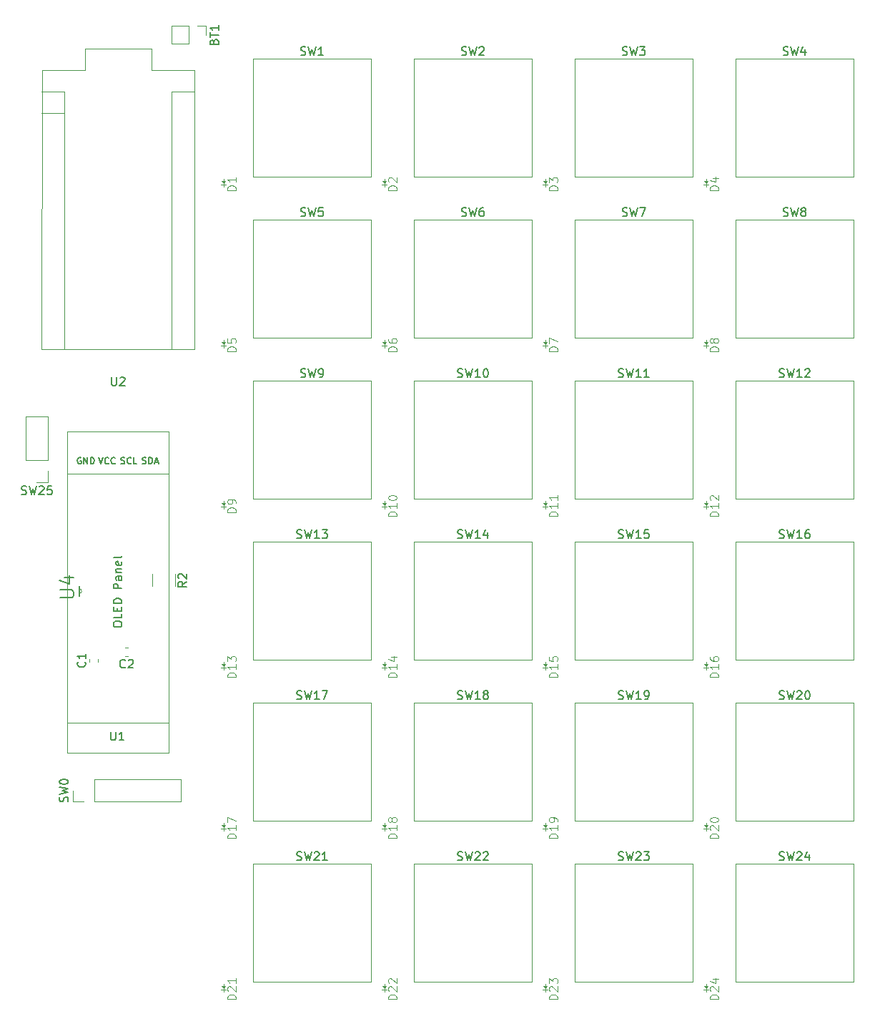
<source format=gbr>
%TF.GenerationSoftware,KiCad,Pcbnew,8.0.2*%
%TF.CreationDate,2024-06-24T21:48:59-04:00*%
%TF.ProjectId,MacroPad,4d616372-6f50-4616-942e-6b696361645f,rev?*%
%TF.SameCoordinates,Original*%
%TF.FileFunction,Legend,Top*%
%TF.FilePolarity,Positive*%
%FSLAX46Y46*%
G04 Gerber Fmt 4.6, Leading zero omitted, Abs format (unit mm)*
G04 Created by KiCad (PCBNEW 8.0.2) date 2024-06-24 21:48:59*
%MOMM*%
%LPD*%
G01*
G04 APERTURE LIST*
%ADD10C,0.150000*%
%ADD11C,0.100000*%
%ADD12C,0.120000*%
%ADD13C,0.152400*%
%ADD14C,0.040000*%
G04 APERTURE END LIST*
D10*
X90970833Y-118289580D02*
X90923214Y-118337200D01*
X90923214Y-118337200D02*
X90780357Y-118384819D01*
X90780357Y-118384819D02*
X90685119Y-118384819D01*
X90685119Y-118384819D02*
X90542262Y-118337200D01*
X90542262Y-118337200D02*
X90447024Y-118241961D01*
X90447024Y-118241961D02*
X90399405Y-118146723D01*
X90399405Y-118146723D02*
X90351786Y-117956247D01*
X90351786Y-117956247D02*
X90351786Y-117813390D01*
X90351786Y-117813390D02*
X90399405Y-117622914D01*
X90399405Y-117622914D02*
X90447024Y-117527676D01*
X90447024Y-117527676D02*
X90542262Y-117432438D01*
X90542262Y-117432438D02*
X90685119Y-117384819D01*
X90685119Y-117384819D02*
X90780357Y-117384819D01*
X90780357Y-117384819D02*
X90923214Y-117432438D01*
X90923214Y-117432438D02*
X90970833Y-117480057D01*
X91351786Y-117480057D02*
X91399405Y-117432438D01*
X91399405Y-117432438D02*
X91494643Y-117384819D01*
X91494643Y-117384819D02*
X91732738Y-117384819D01*
X91732738Y-117384819D02*
X91827976Y-117432438D01*
X91827976Y-117432438D02*
X91875595Y-117480057D01*
X91875595Y-117480057D02*
X91923214Y-117575295D01*
X91923214Y-117575295D02*
X91923214Y-117670533D01*
X91923214Y-117670533D02*
X91875595Y-117813390D01*
X91875595Y-117813390D02*
X91304167Y-118384819D01*
X91304167Y-118384819D02*
X91923214Y-118384819D01*
X86204580Y-117666666D02*
X86252200Y-117714285D01*
X86252200Y-117714285D02*
X86299819Y-117857142D01*
X86299819Y-117857142D02*
X86299819Y-117952380D01*
X86299819Y-117952380D02*
X86252200Y-118095237D01*
X86252200Y-118095237D02*
X86156961Y-118190475D01*
X86156961Y-118190475D02*
X86061723Y-118238094D01*
X86061723Y-118238094D02*
X85871247Y-118285713D01*
X85871247Y-118285713D02*
X85728390Y-118285713D01*
X85728390Y-118285713D02*
X85537914Y-118238094D01*
X85537914Y-118238094D02*
X85442676Y-118190475D01*
X85442676Y-118190475D02*
X85347438Y-118095237D01*
X85347438Y-118095237D02*
X85299819Y-117952380D01*
X85299819Y-117952380D02*
X85299819Y-117857142D01*
X85299819Y-117857142D02*
X85347438Y-117714285D01*
X85347438Y-117714285D02*
X85395057Y-117666666D01*
X86299819Y-116714285D02*
X86299819Y-117285713D01*
X86299819Y-116999999D02*
X85299819Y-116999999D01*
X85299819Y-116999999D02*
X85442676Y-117095237D01*
X85442676Y-117095237D02*
X85537914Y-117190475D01*
X85537914Y-117190475D02*
X85585533Y-117285713D01*
D11*
X142182419Y-157576785D02*
X141182419Y-157576785D01*
X141182419Y-157576785D02*
X141182419Y-157338690D01*
X141182419Y-157338690D02*
X141230038Y-157195833D01*
X141230038Y-157195833D02*
X141325276Y-157100595D01*
X141325276Y-157100595D02*
X141420514Y-157052976D01*
X141420514Y-157052976D02*
X141610990Y-157005357D01*
X141610990Y-157005357D02*
X141753847Y-157005357D01*
X141753847Y-157005357D02*
X141944323Y-157052976D01*
X141944323Y-157052976D02*
X142039561Y-157100595D01*
X142039561Y-157100595D02*
X142134800Y-157195833D01*
X142134800Y-157195833D02*
X142182419Y-157338690D01*
X142182419Y-157338690D02*
X142182419Y-157576785D01*
X141277657Y-156624404D02*
X141230038Y-156576785D01*
X141230038Y-156576785D02*
X141182419Y-156481547D01*
X141182419Y-156481547D02*
X141182419Y-156243452D01*
X141182419Y-156243452D02*
X141230038Y-156148214D01*
X141230038Y-156148214D02*
X141277657Y-156100595D01*
X141277657Y-156100595D02*
X141372895Y-156052976D01*
X141372895Y-156052976D02*
X141468133Y-156052976D01*
X141468133Y-156052976D02*
X141610990Y-156100595D01*
X141610990Y-156100595D02*
X142182419Y-156672023D01*
X142182419Y-156672023D02*
X142182419Y-156052976D01*
X141182419Y-155719642D02*
X141182419Y-155100595D01*
X141182419Y-155100595D02*
X141563371Y-155433928D01*
X141563371Y-155433928D02*
X141563371Y-155291071D01*
X141563371Y-155291071D02*
X141610990Y-155195833D01*
X141610990Y-155195833D02*
X141658609Y-155148214D01*
X141658609Y-155148214D02*
X141753847Y-155100595D01*
X141753847Y-155100595D02*
X141991942Y-155100595D01*
X141991942Y-155100595D02*
X142087180Y-155148214D01*
X142087180Y-155148214D02*
X142134800Y-155195833D01*
X142134800Y-155195833D02*
X142182419Y-155291071D01*
X142182419Y-155291071D02*
X142182419Y-155576785D01*
X142182419Y-155576785D02*
X142134800Y-155672023D01*
X142134800Y-155672023D02*
X142087180Y-155719642D01*
D10*
X111290476Y-141093200D02*
X111433333Y-141140819D01*
X111433333Y-141140819D02*
X111671428Y-141140819D01*
X111671428Y-141140819D02*
X111766666Y-141093200D01*
X111766666Y-141093200D02*
X111814285Y-141045580D01*
X111814285Y-141045580D02*
X111861904Y-140950342D01*
X111861904Y-140950342D02*
X111861904Y-140855104D01*
X111861904Y-140855104D02*
X111814285Y-140759866D01*
X111814285Y-140759866D02*
X111766666Y-140712247D01*
X111766666Y-140712247D02*
X111671428Y-140664628D01*
X111671428Y-140664628D02*
X111480952Y-140617009D01*
X111480952Y-140617009D02*
X111385714Y-140569390D01*
X111385714Y-140569390D02*
X111338095Y-140521771D01*
X111338095Y-140521771D02*
X111290476Y-140426533D01*
X111290476Y-140426533D02*
X111290476Y-140331295D01*
X111290476Y-140331295D02*
X111338095Y-140236057D01*
X111338095Y-140236057D02*
X111385714Y-140188438D01*
X111385714Y-140188438D02*
X111480952Y-140140819D01*
X111480952Y-140140819D02*
X111719047Y-140140819D01*
X111719047Y-140140819D02*
X111861904Y-140188438D01*
X112195238Y-140140819D02*
X112433333Y-141140819D01*
X112433333Y-141140819D02*
X112623809Y-140426533D01*
X112623809Y-140426533D02*
X112814285Y-141140819D01*
X112814285Y-141140819D02*
X113052381Y-140140819D01*
X113385714Y-140236057D02*
X113433333Y-140188438D01*
X113433333Y-140188438D02*
X113528571Y-140140819D01*
X113528571Y-140140819D02*
X113766666Y-140140819D01*
X113766666Y-140140819D02*
X113861904Y-140188438D01*
X113861904Y-140188438D02*
X113909523Y-140236057D01*
X113909523Y-140236057D02*
X113957142Y-140331295D01*
X113957142Y-140331295D02*
X113957142Y-140426533D01*
X113957142Y-140426533D02*
X113909523Y-140569390D01*
X113909523Y-140569390D02*
X113338095Y-141140819D01*
X113338095Y-141140819D02*
X113957142Y-141140819D01*
X114909523Y-141140819D02*
X114338095Y-141140819D01*
X114623809Y-141140819D02*
X114623809Y-140140819D01*
X114623809Y-140140819D02*
X114528571Y-140283676D01*
X114528571Y-140283676D02*
X114433333Y-140378914D01*
X114433333Y-140378914D02*
X114338095Y-140426533D01*
X168916667Y-45843200D02*
X169059524Y-45890819D01*
X169059524Y-45890819D02*
X169297619Y-45890819D01*
X169297619Y-45890819D02*
X169392857Y-45843200D01*
X169392857Y-45843200D02*
X169440476Y-45795580D01*
X169440476Y-45795580D02*
X169488095Y-45700342D01*
X169488095Y-45700342D02*
X169488095Y-45605104D01*
X169488095Y-45605104D02*
X169440476Y-45509866D01*
X169440476Y-45509866D02*
X169392857Y-45462247D01*
X169392857Y-45462247D02*
X169297619Y-45414628D01*
X169297619Y-45414628D02*
X169107143Y-45367009D01*
X169107143Y-45367009D02*
X169011905Y-45319390D01*
X169011905Y-45319390D02*
X168964286Y-45271771D01*
X168964286Y-45271771D02*
X168916667Y-45176533D01*
X168916667Y-45176533D02*
X168916667Y-45081295D01*
X168916667Y-45081295D02*
X168964286Y-44986057D01*
X168964286Y-44986057D02*
X169011905Y-44938438D01*
X169011905Y-44938438D02*
X169107143Y-44890819D01*
X169107143Y-44890819D02*
X169345238Y-44890819D01*
X169345238Y-44890819D02*
X169488095Y-44938438D01*
X169821429Y-44890819D02*
X170059524Y-45890819D01*
X170059524Y-45890819D02*
X170250000Y-45176533D01*
X170250000Y-45176533D02*
X170440476Y-45890819D01*
X170440476Y-45890819D02*
X170678572Y-44890819D01*
X171488095Y-45224152D02*
X171488095Y-45890819D01*
X171250000Y-44843200D02*
X171011905Y-45557485D01*
X171011905Y-45557485D02*
X171630952Y-45557485D01*
X130340476Y-83943200D02*
X130483333Y-83990819D01*
X130483333Y-83990819D02*
X130721428Y-83990819D01*
X130721428Y-83990819D02*
X130816666Y-83943200D01*
X130816666Y-83943200D02*
X130864285Y-83895580D01*
X130864285Y-83895580D02*
X130911904Y-83800342D01*
X130911904Y-83800342D02*
X130911904Y-83705104D01*
X130911904Y-83705104D02*
X130864285Y-83609866D01*
X130864285Y-83609866D02*
X130816666Y-83562247D01*
X130816666Y-83562247D02*
X130721428Y-83514628D01*
X130721428Y-83514628D02*
X130530952Y-83467009D01*
X130530952Y-83467009D02*
X130435714Y-83419390D01*
X130435714Y-83419390D02*
X130388095Y-83371771D01*
X130388095Y-83371771D02*
X130340476Y-83276533D01*
X130340476Y-83276533D02*
X130340476Y-83181295D01*
X130340476Y-83181295D02*
X130388095Y-83086057D01*
X130388095Y-83086057D02*
X130435714Y-83038438D01*
X130435714Y-83038438D02*
X130530952Y-82990819D01*
X130530952Y-82990819D02*
X130769047Y-82990819D01*
X130769047Y-82990819D02*
X130911904Y-83038438D01*
X131245238Y-82990819D02*
X131483333Y-83990819D01*
X131483333Y-83990819D02*
X131673809Y-83276533D01*
X131673809Y-83276533D02*
X131864285Y-83990819D01*
X131864285Y-83990819D02*
X132102381Y-82990819D01*
X133007142Y-83990819D02*
X132435714Y-83990819D01*
X132721428Y-83990819D02*
X132721428Y-82990819D01*
X132721428Y-82990819D02*
X132626190Y-83133676D01*
X132626190Y-83133676D02*
X132530952Y-83228914D01*
X132530952Y-83228914D02*
X132435714Y-83276533D01*
X133626190Y-82990819D02*
X133721428Y-82990819D01*
X133721428Y-82990819D02*
X133816666Y-83038438D01*
X133816666Y-83038438D02*
X133864285Y-83086057D01*
X133864285Y-83086057D02*
X133911904Y-83181295D01*
X133911904Y-83181295D02*
X133959523Y-83371771D01*
X133959523Y-83371771D02*
X133959523Y-83609866D01*
X133959523Y-83609866D02*
X133911904Y-83800342D01*
X133911904Y-83800342D02*
X133864285Y-83895580D01*
X133864285Y-83895580D02*
X133816666Y-83943200D01*
X133816666Y-83943200D02*
X133721428Y-83990819D01*
X133721428Y-83990819D02*
X133626190Y-83990819D01*
X133626190Y-83990819D02*
X133530952Y-83943200D01*
X133530952Y-83943200D02*
X133483333Y-83895580D01*
X133483333Y-83895580D02*
X133435714Y-83800342D01*
X133435714Y-83800342D02*
X133388095Y-83609866D01*
X133388095Y-83609866D02*
X133388095Y-83371771D01*
X133388095Y-83371771D02*
X133435714Y-83181295D01*
X133435714Y-83181295D02*
X133483333Y-83086057D01*
X133483333Y-83086057D02*
X133530952Y-83038438D01*
X133530952Y-83038438D02*
X133626190Y-82990819D01*
X149866667Y-64893200D02*
X150009524Y-64940819D01*
X150009524Y-64940819D02*
X150247619Y-64940819D01*
X150247619Y-64940819D02*
X150342857Y-64893200D01*
X150342857Y-64893200D02*
X150390476Y-64845580D01*
X150390476Y-64845580D02*
X150438095Y-64750342D01*
X150438095Y-64750342D02*
X150438095Y-64655104D01*
X150438095Y-64655104D02*
X150390476Y-64559866D01*
X150390476Y-64559866D02*
X150342857Y-64512247D01*
X150342857Y-64512247D02*
X150247619Y-64464628D01*
X150247619Y-64464628D02*
X150057143Y-64417009D01*
X150057143Y-64417009D02*
X149961905Y-64369390D01*
X149961905Y-64369390D02*
X149914286Y-64321771D01*
X149914286Y-64321771D02*
X149866667Y-64226533D01*
X149866667Y-64226533D02*
X149866667Y-64131295D01*
X149866667Y-64131295D02*
X149914286Y-64036057D01*
X149914286Y-64036057D02*
X149961905Y-63988438D01*
X149961905Y-63988438D02*
X150057143Y-63940819D01*
X150057143Y-63940819D02*
X150295238Y-63940819D01*
X150295238Y-63940819D02*
X150438095Y-63988438D01*
X150771429Y-63940819D02*
X151009524Y-64940819D01*
X151009524Y-64940819D02*
X151200000Y-64226533D01*
X151200000Y-64226533D02*
X151390476Y-64940819D01*
X151390476Y-64940819D02*
X151628572Y-63940819D01*
X151914286Y-63940819D02*
X152580952Y-63940819D01*
X152580952Y-63940819D02*
X152152381Y-64940819D01*
X111766667Y-83943200D02*
X111909524Y-83990819D01*
X111909524Y-83990819D02*
X112147619Y-83990819D01*
X112147619Y-83990819D02*
X112242857Y-83943200D01*
X112242857Y-83943200D02*
X112290476Y-83895580D01*
X112290476Y-83895580D02*
X112338095Y-83800342D01*
X112338095Y-83800342D02*
X112338095Y-83705104D01*
X112338095Y-83705104D02*
X112290476Y-83609866D01*
X112290476Y-83609866D02*
X112242857Y-83562247D01*
X112242857Y-83562247D02*
X112147619Y-83514628D01*
X112147619Y-83514628D02*
X111957143Y-83467009D01*
X111957143Y-83467009D02*
X111861905Y-83419390D01*
X111861905Y-83419390D02*
X111814286Y-83371771D01*
X111814286Y-83371771D02*
X111766667Y-83276533D01*
X111766667Y-83276533D02*
X111766667Y-83181295D01*
X111766667Y-83181295D02*
X111814286Y-83086057D01*
X111814286Y-83086057D02*
X111861905Y-83038438D01*
X111861905Y-83038438D02*
X111957143Y-82990819D01*
X111957143Y-82990819D02*
X112195238Y-82990819D01*
X112195238Y-82990819D02*
X112338095Y-83038438D01*
X112671429Y-82990819D02*
X112909524Y-83990819D01*
X112909524Y-83990819D02*
X113100000Y-83276533D01*
X113100000Y-83276533D02*
X113290476Y-83990819D01*
X113290476Y-83990819D02*
X113528572Y-82990819D01*
X113957143Y-83990819D02*
X114147619Y-83990819D01*
X114147619Y-83990819D02*
X114242857Y-83943200D01*
X114242857Y-83943200D02*
X114290476Y-83895580D01*
X114290476Y-83895580D02*
X114385714Y-83752723D01*
X114385714Y-83752723D02*
X114433333Y-83562247D01*
X114433333Y-83562247D02*
X114433333Y-83181295D01*
X114433333Y-83181295D02*
X114385714Y-83086057D01*
X114385714Y-83086057D02*
X114338095Y-83038438D01*
X114338095Y-83038438D02*
X114242857Y-82990819D01*
X114242857Y-82990819D02*
X114052381Y-82990819D01*
X114052381Y-82990819D02*
X113957143Y-83038438D01*
X113957143Y-83038438D02*
X113909524Y-83086057D01*
X113909524Y-83086057D02*
X113861905Y-83181295D01*
X113861905Y-83181295D02*
X113861905Y-83419390D01*
X113861905Y-83419390D02*
X113909524Y-83514628D01*
X113909524Y-83514628D02*
X113957143Y-83562247D01*
X113957143Y-83562247D02*
X114052381Y-83609866D01*
X114052381Y-83609866D02*
X114242857Y-83609866D01*
X114242857Y-83609866D02*
X114338095Y-83562247D01*
X114338095Y-83562247D02*
X114385714Y-83514628D01*
X114385714Y-83514628D02*
X114433333Y-83419390D01*
X78690476Y-97817200D02*
X78833333Y-97864819D01*
X78833333Y-97864819D02*
X79071428Y-97864819D01*
X79071428Y-97864819D02*
X79166666Y-97817200D01*
X79166666Y-97817200D02*
X79214285Y-97769580D01*
X79214285Y-97769580D02*
X79261904Y-97674342D01*
X79261904Y-97674342D02*
X79261904Y-97579104D01*
X79261904Y-97579104D02*
X79214285Y-97483866D01*
X79214285Y-97483866D02*
X79166666Y-97436247D01*
X79166666Y-97436247D02*
X79071428Y-97388628D01*
X79071428Y-97388628D02*
X78880952Y-97341009D01*
X78880952Y-97341009D02*
X78785714Y-97293390D01*
X78785714Y-97293390D02*
X78738095Y-97245771D01*
X78738095Y-97245771D02*
X78690476Y-97150533D01*
X78690476Y-97150533D02*
X78690476Y-97055295D01*
X78690476Y-97055295D02*
X78738095Y-96960057D01*
X78738095Y-96960057D02*
X78785714Y-96912438D01*
X78785714Y-96912438D02*
X78880952Y-96864819D01*
X78880952Y-96864819D02*
X79119047Y-96864819D01*
X79119047Y-96864819D02*
X79261904Y-96912438D01*
X79595238Y-96864819D02*
X79833333Y-97864819D01*
X79833333Y-97864819D02*
X80023809Y-97150533D01*
X80023809Y-97150533D02*
X80214285Y-97864819D01*
X80214285Y-97864819D02*
X80452381Y-96864819D01*
X80785714Y-96960057D02*
X80833333Y-96912438D01*
X80833333Y-96912438D02*
X80928571Y-96864819D01*
X80928571Y-96864819D02*
X81166666Y-96864819D01*
X81166666Y-96864819D02*
X81261904Y-96912438D01*
X81261904Y-96912438D02*
X81309523Y-96960057D01*
X81309523Y-96960057D02*
X81357142Y-97055295D01*
X81357142Y-97055295D02*
X81357142Y-97150533D01*
X81357142Y-97150533D02*
X81309523Y-97293390D01*
X81309523Y-97293390D02*
X80738095Y-97864819D01*
X80738095Y-97864819D02*
X81357142Y-97864819D01*
X82261904Y-96864819D02*
X81785714Y-96864819D01*
X81785714Y-96864819D02*
X81738095Y-97341009D01*
X81738095Y-97341009D02*
X81785714Y-97293390D01*
X81785714Y-97293390D02*
X81880952Y-97245771D01*
X81880952Y-97245771D02*
X82119047Y-97245771D01*
X82119047Y-97245771D02*
X82214285Y-97293390D01*
X82214285Y-97293390D02*
X82261904Y-97341009D01*
X82261904Y-97341009D02*
X82309523Y-97436247D01*
X82309523Y-97436247D02*
X82309523Y-97674342D01*
X82309523Y-97674342D02*
X82261904Y-97769580D01*
X82261904Y-97769580D02*
X82214285Y-97817200D01*
X82214285Y-97817200D02*
X82119047Y-97864819D01*
X82119047Y-97864819D02*
X81880952Y-97864819D01*
X81880952Y-97864819D02*
X81785714Y-97817200D01*
X81785714Y-97817200D02*
X81738095Y-97769580D01*
X149390476Y-141093200D02*
X149533333Y-141140819D01*
X149533333Y-141140819D02*
X149771428Y-141140819D01*
X149771428Y-141140819D02*
X149866666Y-141093200D01*
X149866666Y-141093200D02*
X149914285Y-141045580D01*
X149914285Y-141045580D02*
X149961904Y-140950342D01*
X149961904Y-140950342D02*
X149961904Y-140855104D01*
X149961904Y-140855104D02*
X149914285Y-140759866D01*
X149914285Y-140759866D02*
X149866666Y-140712247D01*
X149866666Y-140712247D02*
X149771428Y-140664628D01*
X149771428Y-140664628D02*
X149580952Y-140617009D01*
X149580952Y-140617009D02*
X149485714Y-140569390D01*
X149485714Y-140569390D02*
X149438095Y-140521771D01*
X149438095Y-140521771D02*
X149390476Y-140426533D01*
X149390476Y-140426533D02*
X149390476Y-140331295D01*
X149390476Y-140331295D02*
X149438095Y-140236057D01*
X149438095Y-140236057D02*
X149485714Y-140188438D01*
X149485714Y-140188438D02*
X149580952Y-140140819D01*
X149580952Y-140140819D02*
X149819047Y-140140819D01*
X149819047Y-140140819D02*
X149961904Y-140188438D01*
X150295238Y-140140819D02*
X150533333Y-141140819D01*
X150533333Y-141140819D02*
X150723809Y-140426533D01*
X150723809Y-140426533D02*
X150914285Y-141140819D01*
X150914285Y-141140819D02*
X151152381Y-140140819D01*
X151485714Y-140236057D02*
X151533333Y-140188438D01*
X151533333Y-140188438D02*
X151628571Y-140140819D01*
X151628571Y-140140819D02*
X151866666Y-140140819D01*
X151866666Y-140140819D02*
X151961904Y-140188438D01*
X151961904Y-140188438D02*
X152009523Y-140236057D01*
X152009523Y-140236057D02*
X152057142Y-140331295D01*
X152057142Y-140331295D02*
X152057142Y-140426533D01*
X152057142Y-140426533D02*
X152009523Y-140569390D01*
X152009523Y-140569390D02*
X151438095Y-141140819D01*
X151438095Y-141140819D02*
X152057142Y-141140819D01*
X152390476Y-140140819D02*
X153009523Y-140140819D01*
X153009523Y-140140819D02*
X152676190Y-140521771D01*
X152676190Y-140521771D02*
X152819047Y-140521771D01*
X152819047Y-140521771D02*
X152914285Y-140569390D01*
X152914285Y-140569390D02*
X152961904Y-140617009D01*
X152961904Y-140617009D02*
X153009523Y-140712247D01*
X153009523Y-140712247D02*
X153009523Y-140950342D01*
X153009523Y-140950342D02*
X152961904Y-141045580D01*
X152961904Y-141045580D02*
X152914285Y-141093200D01*
X152914285Y-141093200D02*
X152819047Y-141140819D01*
X152819047Y-141140819D02*
X152533333Y-141140819D01*
X152533333Y-141140819D02*
X152438095Y-141093200D01*
X152438095Y-141093200D02*
X152390476Y-141045580D01*
X84152200Y-134218332D02*
X84199819Y-134075475D01*
X84199819Y-134075475D02*
X84199819Y-133837380D01*
X84199819Y-133837380D02*
X84152200Y-133742142D01*
X84152200Y-133742142D02*
X84104580Y-133694523D01*
X84104580Y-133694523D02*
X84009342Y-133646904D01*
X84009342Y-133646904D02*
X83914104Y-133646904D01*
X83914104Y-133646904D02*
X83818866Y-133694523D01*
X83818866Y-133694523D02*
X83771247Y-133742142D01*
X83771247Y-133742142D02*
X83723628Y-133837380D01*
X83723628Y-133837380D02*
X83676009Y-134027856D01*
X83676009Y-134027856D02*
X83628390Y-134123094D01*
X83628390Y-134123094D02*
X83580771Y-134170713D01*
X83580771Y-134170713D02*
X83485533Y-134218332D01*
X83485533Y-134218332D02*
X83390295Y-134218332D01*
X83390295Y-134218332D02*
X83295057Y-134170713D01*
X83295057Y-134170713D02*
X83247438Y-134123094D01*
X83247438Y-134123094D02*
X83199819Y-134027856D01*
X83199819Y-134027856D02*
X83199819Y-133789761D01*
X83199819Y-133789761D02*
X83247438Y-133646904D01*
X83199819Y-133313570D02*
X84199819Y-133075475D01*
X84199819Y-133075475D02*
X83485533Y-132884999D01*
X83485533Y-132884999D02*
X84199819Y-132694523D01*
X84199819Y-132694523D02*
X83199819Y-132456428D01*
X83199819Y-131884999D02*
X83199819Y-131789761D01*
X83199819Y-131789761D02*
X83247438Y-131694523D01*
X83247438Y-131694523D02*
X83295057Y-131646904D01*
X83295057Y-131646904D02*
X83390295Y-131599285D01*
X83390295Y-131599285D02*
X83580771Y-131551666D01*
X83580771Y-131551666D02*
X83818866Y-131551666D01*
X83818866Y-131551666D02*
X84009342Y-131599285D01*
X84009342Y-131599285D02*
X84104580Y-131646904D01*
X84104580Y-131646904D02*
X84152200Y-131694523D01*
X84152200Y-131694523D02*
X84199819Y-131789761D01*
X84199819Y-131789761D02*
X84199819Y-131884999D01*
X84199819Y-131884999D02*
X84152200Y-131980237D01*
X84152200Y-131980237D02*
X84104580Y-132027856D01*
X84104580Y-132027856D02*
X84009342Y-132075475D01*
X84009342Y-132075475D02*
X83818866Y-132123094D01*
X83818866Y-132123094D02*
X83580771Y-132123094D01*
X83580771Y-132123094D02*
X83390295Y-132075475D01*
X83390295Y-132075475D02*
X83295057Y-132027856D01*
X83295057Y-132027856D02*
X83247438Y-131980237D01*
X83247438Y-131980237D02*
X83199819Y-131884999D01*
D11*
X161232419Y-157576785D02*
X160232419Y-157576785D01*
X160232419Y-157576785D02*
X160232419Y-157338690D01*
X160232419Y-157338690D02*
X160280038Y-157195833D01*
X160280038Y-157195833D02*
X160375276Y-157100595D01*
X160375276Y-157100595D02*
X160470514Y-157052976D01*
X160470514Y-157052976D02*
X160660990Y-157005357D01*
X160660990Y-157005357D02*
X160803847Y-157005357D01*
X160803847Y-157005357D02*
X160994323Y-157052976D01*
X160994323Y-157052976D02*
X161089561Y-157100595D01*
X161089561Y-157100595D02*
X161184800Y-157195833D01*
X161184800Y-157195833D02*
X161232419Y-157338690D01*
X161232419Y-157338690D02*
X161232419Y-157576785D01*
X160327657Y-156624404D02*
X160280038Y-156576785D01*
X160280038Y-156576785D02*
X160232419Y-156481547D01*
X160232419Y-156481547D02*
X160232419Y-156243452D01*
X160232419Y-156243452D02*
X160280038Y-156148214D01*
X160280038Y-156148214D02*
X160327657Y-156100595D01*
X160327657Y-156100595D02*
X160422895Y-156052976D01*
X160422895Y-156052976D02*
X160518133Y-156052976D01*
X160518133Y-156052976D02*
X160660990Y-156100595D01*
X160660990Y-156100595D02*
X161232419Y-156672023D01*
X161232419Y-156672023D02*
X161232419Y-156052976D01*
X160565752Y-155195833D02*
X161232419Y-155195833D01*
X160184800Y-155433928D02*
X160899085Y-155672023D01*
X160899085Y-155672023D02*
X160899085Y-155052976D01*
X142182419Y-119476785D02*
X141182419Y-119476785D01*
X141182419Y-119476785D02*
X141182419Y-119238690D01*
X141182419Y-119238690D02*
X141230038Y-119095833D01*
X141230038Y-119095833D02*
X141325276Y-119000595D01*
X141325276Y-119000595D02*
X141420514Y-118952976D01*
X141420514Y-118952976D02*
X141610990Y-118905357D01*
X141610990Y-118905357D02*
X141753847Y-118905357D01*
X141753847Y-118905357D02*
X141944323Y-118952976D01*
X141944323Y-118952976D02*
X142039561Y-119000595D01*
X142039561Y-119000595D02*
X142134800Y-119095833D01*
X142134800Y-119095833D02*
X142182419Y-119238690D01*
X142182419Y-119238690D02*
X142182419Y-119476785D01*
X142182419Y-117952976D02*
X142182419Y-118524404D01*
X142182419Y-118238690D02*
X141182419Y-118238690D01*
X141182419Y-118238690D02*
X141325276Y-118333928D01*
X141325276Y-118333928D02*
X141420514Y-118429166D01*
X141420514Y-118429166D02*
X141468133Y-118524404D01*
X141182419Y-117048214D02*
X141182419Y-117524404D01*
X141182419Y-117524404D02*
X141658609Y-117572023D01*
X141658609Y-117572023D02*
X141610990Y-117524404D01*
X141610990Y-117524404D02*
X141563371Y-117429166D01*
X141563371Y-117429166D02*
X141563371Y-117191071D01*
X141563371Y-117191071D02*
X141610990Y-117095833D01*
X141610990Y-117095833D02*
X141658609Y-117048214D01*
X141658609Y-117048214D02*
X141753847Y-117000595D01*
X141753847Y-117000595D02*
X141991942Y-117000595D01*
X141991942Y-117000595D02*
X142087180Y-117048214D01*
X142087180Y-117048214D02*
X142134800Y-117095833D01*
X142134800Y-117095833D02*
X142182419Y-117191071D01*
X142182419Y-117191071D02*
X142182419Y-117429166D01*
X142182419Y-117429166D02*
X142134800Y-117524404D01*
X142134800Y-117524404D02*
X142087180Y-117572023D01*
X104082419Y-80900594D02*
X103082419Y-80900594D01*
X103082419Y-80900594D02*
X103082419Y-80662499D01*
X103082419Y-80662499D02*
X103130038Y-80519642D01*
X103130038Y-80519642D02*
X103225276Y-80424404D01*
X103225276Y-80424404D02*
X103320514Y-80376785D01*
X103320514Y-80376785D02*
X103510990Y-80329166D01*
X103510990Y-80329166D02*
X103653847Y-80329166D01*
X103653847Y-80329166D02*
X103844323Y-80376785D01*
X103844323Y-80376785D02*
X103939561Y-80424404D01*
X103939561Y-80424404D02*
X104034800Y-80519642D01*
X104034800Y-80519642D02*
X104082419Y-80662499D01*
X104082419Y-80662499D02*
X104082419Y-80900594D01*
X103082419Y-79424404D02*
X103082419Y-79900594D01*
X103082419Y-79900594D02*
X103558609Y-79948213D01*
X103558609Y-79948213D02*
X103510990Y-79900594D01*
X103510990Y-79900594D02*
X103463371Y-79805356D01*
X103463371Y-79805356D02*
X103463371Y-79567261D01*
X103463371Y-79567261D02*
X103510990Y-79472023D01*
X103510990Y-79472023D02*
X103558609Y-79424404D01*
X103558609Y-79424404D02*
X103653847Y-79376785D01*
X103653847Y-79376785D02*
X103891942Y-79376785D01*
X103891942Y-79376785D02*
X103987180Y-79424404D01*
X103987180Y-79424404D02*
X104034800Y-79472023D01*
X104034800Y-79472023D02*
X104082419Y-79567261D01*
X104082419Y-79567261D02*
X104082419Y-79805356D01*
X104082419Y-79805356D02*
X104034800Y-79900594D01*
X104034800Y-79900594D02*
X103987180Y-79948213D01*
X123132419Y-100426785D02*
X122132419Y-100426785D01*
X122132419Y-100426785D02*
X122132419Y-100188690D01*
X122132419Y-100188690D02*
X122180038Y-100045833D01*
X122180038Y-100045833D02*
X122275276Y-99950595D01*
X122275276Y-99950595D02*
X122370514Y-99902976D01*
X122370514Y-99902976D02*
X122560990Y-99855357D01*
X122560990Y-99855357D02*
X122703847Y-99855357D01*
X122703847Y-99855357D02*
X122894323Y-99902976D01*
X122894323Y-99902976D02*
X122989561Y-99950595D01*
X122989561Y-99950595D02*
X123084800Y-100045833D01*
X123084800Y-100045833D02*
X123132419Y-100188690D01*
X123132419Y-100188690D02*
X123132419Y-100426785D01*
X123132419Y-98902976D02*
X123132419Y-99474404D01*
X123132419Y-99188690D02*
X122132419Y-99188690D01*
X122132419Y-99188690D02*
X122275276Y-99283928D01*
X122275276Y-99283928D02*
X122370514Y-99379166D01*
X122370514Y-99379166D02*
X122418133Y-99474404D01*
X122132419Y-98283928D02*
X122132419Y-98188690D01*
X122132419Y-98188690D02*
X122180038Y-98093452D01*
X122180038Y-98093452D02*
X122227657Y-98045833D01*
X122227657Y-98045833D02*
X122322895Y-97998214D01*
X122322895Y-97998214D02*
X122513371Y-97950595D01*
X122513371Y-97950595D02*
X122751466Y-97950595D01*
X122751466Y-97950595D02*
X122941942Y-97998214D01*
X122941942Y-97998214D02*
X123037180Y-98045833D01*
X123037180Y-98045833D02*
X123084800Y-98093452D01*
X123084800Y-98093452D02*
X123132419Y-98188690D01*
X123132419Y-98188690D02*
X123132419Y-98283928D01*
X123132419Y-98283928D02*
X123084800Y-98379166D01*
X123084800Y-98379166D02*
X123037180Y-98426785D01*
X123037180Y-98426785D02*
X122941942Y-98474404D01*
X122941942Y-98474404D02*
X122751466Y-98522023D01*
X122751466Y-98522023D02*
X122513371Y-98522023D01*
X122513371Y-98522023D02*
X122322895Y-98474404D01*
X122322895Y-98474404D02*
X122227657Y-98426785D01*
X122227657Y-98426785D02*
X122180038Y-98379166D01*
X122180038Y-98379166D02*
X122132419Y-98283928D01*
X142182419Y-61850594D02*
X141182419Y-61850594D01*
X141182419Y-61850594D02*
X141182419Y-61612499D01*
X141182419Y-61612499D02*
X141230038Y-61469642D01*
X141230038Y-61469642D02*
X141325276Y-61374404D01*
X141325276Y-61374404D02*
X141420514Y-61326785D01*
X141420514Y-61326785D02*
X141610990Y-61279166D01*
X141610990Y-61279166D02*
X141753847Y-61279166D01*
X141753847Y-61279166D02*
X141944323Y-61326785D01*
X141944323Y-61326785D02*
X142039561Y-61374404D01*
X142039561Y-61374404D02*
X142134800Y-61469642D01*
X142134800Y-61469642D02*
X142182419Y-61612499D01*
X142182419Y-61612499D02*
X142182419Y-61850594D01*
X141182419Y-60945832D02*
X141182419Y-60326785D01*
X141182419Y-60326785D02*
X141563371Y-60660118D01*
X141563371Y-60660118D02*
X141563371Y-60517261D01*
X141563371Y-60517261D02*
X141610990Y-60422023D01*
X141610990Y-60422023D02*
X141658609Y-60374404D01*
X141658609Y-60374404D02*
X141753847Y-60326785D01*
X141753847Y-60326785D02*
X141991942Y-60326785D01*
X141991942Y-60326785D02*
X142087180Y-60374404D01*
X142087180Y-60374404D02*
X142134800Y-60422023D01*
X142134800Y-60422023D02*
X142182419Y-60517261D01*
X142182419Y-60517261D02*
X142182419Y-60802975D01*
X142182419Y-60802975D02*
X142134800Y-60898213D01*
X142134800Y-60898213D02*
X142087180Y-60945832D01*
D10*
X111290476Y-122043200D02*
X111433333Y-122090819D01*
X111433333Y-122090819D02*
X111671428Y-122090819D01*
X111671428Y-122090819D02*
X111766666Y-122043200D01*
X111766666Y-122043200D02*
X111814285Y-121995580D01*
X111814285Y-121995580D02*
X111861904Y-121900342D01*
X111861904Y-121900342D02*
X111861904Y-121805104D01*
X111861904Y-121805104D02*
X111814285Y-121709866D01*
X111814285Y-121709866D02*
X111766666Y-121662247D01*
X111766666Y-121662247D02*
X111671428Y-121614628D01*
X111671428Y-121614628D02*
X111480952Y-121567009D01*
X111480952Y-121567009D02*
X111385714Y-121519390D01*
X111385714Y-121519390D02*
X111338095Y-121471771D01*
X111338095Y-121471771D02*
X111290476Y-121376533D01*
X111290476Y-121376533D02*
X111290476Y-121281295D01*
X111290476Y-121281295D02*
X111338095Y-121186057D01*
X111338095Y-121186057D02*
X111385714Y-121138438D01*
X111385714Y-121138438D02*
X111480952Y-121090819D01*
X111480952Y-121090819D02*
X111719047Y-121090819D01*
X111719047Y-121090819D02*
X111861904Y-121138438D01*
X112195238Y-121090819D02*
X112433333Y-122090819D01*
X112433333Y-122090819D02*
X112623809Y-121376533D01*
X112623809Y-121376533D02*
X112814285Y-122090819D01*
X112814285Y-122090819D02*
X113052381Y-121090819D01*
X113957142Y-122090819D02*
X113385714Y-122090819D01*
X113671428Y-122090819D02*
X113671428Y-121090819D01*
X113671428Y-121090819D02*
X113576190Y-121233676D01*
X113576190Y-121233676D02*
X113480952Y-121328914D01*
X113480952Y-121328914D02*
X113385714Y-121376533D01*
X114290476Y-121090819D02*
X114957142Y-121090819D01*
X114957142Y-121090819D02*
X114528571Y-122090819D01*
X149390476Y-102993200D02*
X149533333Y-103040819D01*
X149533333Y-103040819D02*
X149771428Y-103040819D01*
X149771428Y-103040819D02*
X149866666Y-102993200D01*
X149866666Y-102993200D02*
X149914285Y-102945580D01*
X149914285Y-102945580D02*
X149961904Y-102850342D01*
X149961904Y-102850342D02*
X149961904Y-102755104D01*
X149961904Y-102755104D02*
X149914285Y-102659866D01*
X149914285Y-102659866D02*
X149866666Y-102612247D01*
X149866666Y-102612247D02*
X149771428Y-102564628D01*
X149771428Y-102564628D02*
X149580952Y-102517009D01*
X149580952Y-102517009D02*
X149485714Y-102469390D01*
X149485714Y-102469390D02*
X149438095Y-102421771D01*
X149438095Y-102421771D02*
X149390476Y-102326533D01*
X149390476Y-102326533D02*
X149390476Y-102231295D01*
X149390476Y-102231295D02*
X149438095Y-102136057D01*
X149438095Y-102136057D02*
X149485714Y-102088438D01*
X149485714Y-102088438D02*
X149580952Y-102040819D01*
X149580952Y-102040819D02*
X149819047Y-102040819D01*
X149819047Y-102040819D02*
X149961904Y-102088438D01*
X150295238Y-102040819D02*
X150533333Y-103040819D01*
X150533333Y-103040819D02*
X150723809Y-102326533D01*
X150723809Y-102326533D02*
X150914285Y-103040819D01*
X150914285Y-103040819D02*
X151152381Y-102040819D01*
X152057142Y-103040819D02*
X151485714Y-103040819D01*
X151771428Y-103040819D02*
X151771428Y-102040819D01*
X151771428Y-102040819D02*
X151676190Y-102183676D01*
X151676190Y-102183676D02*
X151580952Y-102278914D01*
X151580952Y-102278914D02*
X151485714Y-102326533D01*
X152961904Y-102040819D02*
X152485714Y-102040819D01*
X152485714Y-102040819D02*
X152438095Y-102517009D01*
X152438095Y-102517009D02*
X152485714Y-102469390D01*
X152485714Y-102469390D02*
X152580952Y-102421771D01*
X152580952Y-102421771D02*
X152819047Y-102421771D01*
X152819047Y-102421771D02*
X152914285Y-102469390D01*
X152914285Y-102469390D02*
X152961904Y-102517009D01*
X152961904Y-102517009D02*
X153009523Y-102612247D01*
X153009523Y-102612247D02*
X153009523Y-102850342D01*
X153009523Y-102850342D02*
X152961904Y-102945580D01*
X152961904Y-102945580D02*
X152914285Y-102993200D01*
X152914285Y-102993200D02*
X152819047Y-103040819D01*
X152819047Y-103040819D02*
X152580952Y-103040819D01*
X152580952Y-103040819D02*
X152485714Y-102993200D01*
X152485714Y-102993200D02*
X152438095Y-102945580D01*
D11*
X123132419Y-157576785D02*
X122132419Y-157576785D01*
X122132419Y-157576785D02*
X122132419Y-157338690D01*
X122132419Y-157338690D02*
X122180038Y-157195833D01*
X122180038Y-157195833D02*
X122275276Y-157100595D01*
X122275276Y-157100595D02*
X122370514Y-157052976D01*
X122370514Y-157052976D02*
X122560990Y-157005357D01*
X122560990Y-157005357D02*
X122703847Y-157005357D01*
X122703847Y-157005357D02*
X122894323Y-157052976D01*
X122894323Y-157052976D02*
X122989561Y-157100595D01*
X122989561Y-157100595D02*
X123084800Y-157195833D01*
X123084800Y-157195833D02*
X123132419Y-157338690D01*
X123132419Y-157338690D02*
X123132419Y-157576785D01*
X122227657Y-156624404D02*
X122180038Y-156576785D01*
X122180038Y-156576785D02*
X122132419Y-156481547D01*
X122132419Y-156481547D02*
X122132419Y-156243452D01*
X122132419Y-156243452D02*
X122180038Y-156148214D01*
X122180038Y-156148214D02*
X122227657Y-156100595D01*
X122227657Y-156100595D02*
X122322895Y-156052976D01*
X122322895Y-156052976D02*
X122418133Y-156052976D01*
X122418133Y-156052976D02*
X122560990Y-156100595D01*
X122560990Y-156100595D02*
X123132419Y-156672023D01*
X123132419Y-156672023D02*
X123132419Y-156052976D01*
X122227657Y-155672023D02*
X122180038Y-155624404D01*
X122180038Y-155624404D02*
X122132419Y-155529166D01*
X122132419Y-155529166D02*
X122132419Y-155291071D01*
X122132419Y-155291071D02*
X122180038Y-155195833D01*
X122180038Y-155195833D02*
X122227657Y-155148214D01*
X122227657Y-155148214D02*
X122322895Y-155100595D01*
X122322895Y-155100595D02*
X122418133Y-155100595D01*
X122418133Y-155100595D02*
X122560990Y-155148214D01*
X122560990Y-155148214D02*
X123132419Y-155719642D01*
X123132419Y-155719642D02*
X123132419Y-155100595D01*
D10*
X168440476Y-122043200D02*
X168583333Y-122090819D01*
X168583333Y-122090819D02*
X168821428Y-122090819D01*
X168821428Y-122090819D02*
X168916666Y-122043200D01*
X168916666Y-122043200D02*
X168964285Y-121995580D01*
X168964285Y-121995580D02*
X169011904Y-121900342D01*
X169011904Y-121900342D02*
X169011904Y-121805104D01*
X169011904Y-121805104D02*
X168964285Y-121709866D01*
X168964285Y-121709866D02*
X168916666Y-121662247D01*
X168916666Y-121662247D02*
X168821428Y-121614628D01*
X168821428Y-121614628D02*
X168630952Y-121567009D01*
X168630952Y-121567009D02*
X168535714Y-121519390D01*
X168535714Y-121519390D02*
X168488095Y-121471771D01*
X168488095Y-121471771D02*
X168440476Y-121376533D01*
X168440476Y-121376533D02*
X168440476Y-121281295D01*
X168440476Y-121281295D02*
X168488095Y-121186057D01*
X168488095Y-121186057D02*
X168535714Y-121138438D01*
X168535714Y-121138438D02*
X168630952Y-121090819D01*
X168630952Y-121090819D02*
X168869047Y-121090819D01*
X168869047Y-121090819D02*
X169011904Y-121138438D01*
X169345238Y-121090819D02*
X169583333Y-122090819D01*
X169583333Y-122090819D02*
X169773809Y-121376533D01*
X169773809Y-121376533D02*
X169964285Y-122090819D01*
X169964285Y-122090819D02*
X170202381Y-121090819D01*
X170535714Y-121186057D02*
X170583333Y-121138438D01*
X170583333Y-121138438D02*
X170678571Y-121090819D01*
X170678571Y-121090819D02*
X170916666Y-121090819D01*
X170916666Y-121090819D02*
X171011904Y-121138438D01*
X171011904Y-121138438D02*
X171059523Y-121186057D01*
X171059523Y-121186057D02*
X171107142Y-121281295D01*
X171107142Y-121281295D02*
X171107142Y-121376533D01*
X171107142Y-121376533D02*
X171059523Y-121519390D01*
X171059523Y-121519390D02*
X170488095Y-122090819D01*
X170488095Y-122090819D02*
X171107142Y-122090819D01*
X171726190Y-121090819D02*
X171821428Y-121090819D01*
X171821428Y-121090819D02*
X171916666Y-121138438D01*
X171916666Y-121138438D02*
X171964285Y-121186057D01*
X171964285Y-121186057D02*
X172011904Y-121281295D01*
X172011904Y-121281295D02*
X172059523Y-121471771D01*
X172059523Y-121471771D02*
X172059523Y-121709866D01*
X172059523Y-121709866D02*
X172011904Y-121900342D01*
X172011904Y-121900342D02*
X171964285Y-121995580D01*
X171964285Y-121995580D02*
X171916666Y-122043200D01*
X171916666Y-122043200D02*
X171821428Y-122090819D01*
X171821428Y-122090819D02*
X171726190Y-122090819D01*
X171726190Y-122090819D02*
X171630952Y-122043200D01*
X171630952Y-122043200D02*
X171583333Y-121995580D01*
X171583333Y-121995580D02*
X171535714Y-121900342D01*
X171535714Y-121900342D02*
X171488095Y-121709866D01*
X171488095Y-121709866D02*
X171488095Y-121471771D01*
X171488095Y-121471771D02*
X171535714Y-121281295D01*
X171535714Y-121281295D02*
X171583333Y-121186057D01*
X171583333Y-121186057D02*
X171630952Y-121138438D01*
X171630952Y-121138438D02*
X171726190Y-121090819D01*
X83248090Y-110088133D02*
X84576410Y-110088133D01*
X84576410Y-110088133D02*
X84732683Y-110009997D01*
X84732683Y-110009997D02*
X84810820Y-109931860D01*
X84810820Y-109931860D02*
X84888956Y-109775587D01*
X84888956Y-109775587D02*
X84888956Y-109463041D01*
X84888956Y-109463041D02*
X84810820Y-109306768D01*
X84810820Y-109306768D02*
X84732683Y-109228632D01*
X84732683Y-109228632D02*
X84576410Y-109150495D01*
X84576410Y-109150495D02*
X83248090Y-109150495D01*
X83795045Y-107665903D02*
X84888956Y-107665903D01*
X83169954Y-108056585D02*
X84342001Y-108447268D01*
X84342001Y-108447268D02*
X84342001Y-107431493D01*
X168440476Y-83943200D02*
X168583333Y-83990819D01*
X168583333Y-83990819D02*
X168821428Y-83990819D01*
X168821428Y-83990819D02*
X168916666Y-83943200D01*
X168916666Y-83943200D02*
X168964285Y-83895580D01*
X168964285Y-83895580D02*
X169011904Y-83800342D01*
X169011904Y-83800342D02*
X169011904Y-83705104D01*
X169011904Y-83705104D02*
X168964285Y-83609866D01*
X168964285Y-83609866D02*
X168916666Y-83562247D01*
X168916666Y-83562247D02*
X168821428Y-83514628D01*
X168821428Y-83514628D02*
X168630952Y-83467009D01*
X168630952Y-83467009D02*
X168535714Y-83419390D01*
X168535714Y-83419390D02*
X168488095Y-83371771D01*
X168488095Y-83371771D02*
X168440476Y-83276533D01*
X168440476Y-83276533D02*
X168440476Y-83181295D01*
X168440476Y-83181295D02*
X168488095Y-83086057D01*
X168488095Y-83086057D02*
X168535714Y-83038438D01*
X168535714Y-83038438D02*
X168630952Y-82990819D01*
X168630952Y-82990819D02*
X168869047Y-82990819D01*
X168869047Y-82990819D02*
X169011904Y-83038438D01*
X169345238Y-82990819D02*
X169583333Y-83990819D01*
X169583333Y-83990819D02*
X169773809Y-83276533D01*
X169773809Y-83276533D02*
X169964285Y-83990819D01*
X169964285Y-83990819D02*
X170202381Y-82990819D01*
X171107142Y-83990819D02*
X170535714Y-83990819D01*
X170821428Y-83990819D02*
X170821428Y-82990819D01*
X170821428Y-82990819D02*
X170726190Y-83133676D01*
X170726190Y-83133676D02*
X170630952Y-83228914D01*
X170630952Y-83228914D02*
X170535714Y-83276533D01*
X171488095Y-83086057D02*
X171535714Y-83038438D01*
X171535714Y-83038438D02*
X171630952Y-82990819D01*
X171630952Y-82990819D02*
X171869047Y-82990819D01*
X171869047Y-82990819D02*
X171964285Y-83038438D01*
X171964285Y-83038438D02*
X172011904Y-83086057D01*
X172011904Y-83086057D02*
X172059523Y-83181295D01*
X172059523Y-83181295D02*
X172059523Y-83276533D01*
X172059523Y-83276533D02*
X172011904Y-83419390D01*
X172011904Y-83419390D02*
X171440476Y-83990819D01*
X171440476Y-83990819D02*
X172059523Y-83990819D01*
D11*
X123132419Y-80900594D02*
X122132419Y-80900594D01*
X122132419Y-80900594D02*
X122132419Y-80662499D01*
X122132419Y-80662499D02*
X122180038Y-80519642D01*
X122180038Y-80519642D02*
X122275276Y-80424404D01*
X122275276Y-80424404D02*
X122370514Y-80376785D01*
X122370514Y-80376785D02*
X122560990Y-80329166D01*
X122560990Y-80329166D02*
X122703847Y-80329166D01*
X122703847Y-80329166D02*
X122894323Y-80376785D01*
X122894323Y-80376785D02*
X122989561Y-80424404D01*
X122989561Y-80424404D02*
X123084800Y-80519642D01*
X123084800Y-80519642D02*
X123132419Y-80662499D01*
X123132419Y-80662499D02*
X123132419Y-80900594D01*
X122132419Y-79472023D02*
X122132419Y-79662499D01*
X122132419Y-79662499D02*
X122180038Y-79757737D01*
X122180038Y-79757737D02*
X122227657Y-79805356D01*
X122227657Y-79805356D02*
X122370514Y-79900594D01*
X122370514Y-79900594D02*
X122560990Y-79948213D01*
X122560990Y-79948213D02*
X122941942Y-79948213D01*
X122941942Y-79948213D02*
X123037180Y-79900594D01*
X123037180Y-79900594D02*
X123084800Y-79852975D01*
X123084800Y-79852975D02*
X123132419Y-79757737D01*
X123132419Y-79757737D02*
X123132419Y-79567261D01*
X123132419Y-79567261D02*
X123084800Y-79472023D01*
X123084800Y-79472023D02*
X123037180Y-79424404D01*
X123037180Y-79424404D02*
X122941942Y-79376785D01*
X122941942Y-79376785D02*
X122703847Y-79376785D01*
X122703847Y-79376785D02*
X122608609Y-79424404D01*
X122608609Y-79424404D02*
X122560990Y-79472023D01*
X122560990Y-79472023D02*
X122513371Y-79567261D01*
X122513371Y-79567261D02*
X122513371Y-79757737D01*
X122513371Y-79757737D02*
X122560990Y-79852975D01*
X122560990Y-79852975D02*
X122608609Y-79900594D01*
X122608609Y-79900594D02*
X122703847Y-79948213D01*
X104082419Y-99950594D02*
X103082419Y-99950594D01*
X103082419Y-99950594D02*
X103082419Y-99712499D01*
X103082419Y-99712499D02*
X103130038Y-99569642D01*
X103130038Y-99569642D02*
X103225276Y-99474404D01*
X103225276Y-99474404D02*
X103320514Y-99426785D01*
X103320514Y-99426785D02*
X103510990Y-99379166D01*
X103510990Y-99379166D02*
X103653847Y-99379166D01*
X103653847Y-99379166D02*
X103844323Y-99426785D01*
X103844323Y-99426785D02*
X103939561Y-99474404D01*
X103939561Y-99474404D02*
X104034800Y-99569642D01*
X104034800Y-99569642D02*
X104082419Y-99712499D01*
X104082419Y-99712499D02*
X104082419Y-99950594D01*
X104082419Y-98902975D02*
X104082419Y-98712499D01*
X104082419Y-98712499D02*
X104034800Y-98617261D01*
X104034800Y-98617261D02*
X103987180Y-98569642D01*
X103987180Y-98569642D02*
X103844323Y-98474404D01*
X103844323Y-98474404D02*
X103653847Y-98426785D01*
X103653847Y-98426785D02*
X103272895Y-98426785D01*
X103272895Y-98426785D02*
X103177657Y-98474404D01*
X103177657Y-98474404D02*
X103130038Y-98522023D01*
X103130038Y-98522023D02*
X103082419Y-98617261D01*
X103082419Y-98617261D02*
X103082419Y-98807737D01*
X103082419Y-98807737D02*
X103130038Y-98902975D01*
X103130038Y-98902975D02*
X103177657Y-98950594D01*
X103177657Y-98950594D02*
X103272895Y-98998213D01*
X103272895Y-98998213D02*
X103510990Y-98998213D01*
X103510990Y-98998213D02*
X103606228Y-98950594D01*
X103606228Y-98950594D02*
X103653847Y-98902975D01*
X103653847Y-98902975D02*
X103701466Y-98807737D01*
X103701466Y-98807737D02*
X103701466Y-98617261D01*
X103701466Y-98617261D02*
X103653847Y-98522023D01*
X103653847Y-98522023D02*
X103606228Y-98474404D01*
X103606228Y-98474404D02*
X103510990Y-98426785D01*
D10*
X111766667Y-45843200D02*
X111909524Y-45890819D01*
X111909524Y-45890819D02*
X112147619Y-45890819D01*
X112147619Y-45890819D02*
X112242857Y-45843200D01*
X112242857Y-45843200D02*
X112290476Y-45795580D01*
X112290476Y-45795580D02*
X112338095Y-45700342D01*
X112338095Y-45700342D02*
X112338095Y-45605104D01*
X112338095Y-45605104D02*
X112290476Y-45509866D01*
X112290476Y-45509866D02*
X112242857Y-45462247D01*
X112242857Y-45462247D02*
X112147619Y-45414628D01*
X112147619Y-45414628D02*
X111957143Y-45367009D01*
X111957143Y-45367009D02*
X111861905Y-45319390D01*
X111861905Y-45319390D02*
X111814286Y-45271771D01*
X111814286Y-45271771D02*
X111766667Y-45176533D01*
X111766667Y-45176533D02*
X111766667Y-45081295D01*
X111766667Y-45081295D02*
X111814286Y-44986057D01*
X111814286Y-44986057D02*
X111861905Y-44938438D01*
X111861905Y-44938438D02*
X111957143Y-44890819D01*
X111957143Y-44890819D02*
X112195238Y-44890819D01*
X112195238Y-44890819D02*
X112338095Y-44938438D01*
X112671429Y-44890819D02*
X112909524Y-45890819D01*
X112909524Y-45890819D02*
X113100000Y-45176533D01*
X113100000Y-45176533D02*
X113290476Y-45890819D01*
X113290476Y-45890819D02*
X113528572Y-44890819D01*
X114433333Y-45890819D02*
X113861905Y-45890819D01*
X114147619Y-45890819D02*
X114147619Y-44890819D01*
X114147619Y-44890819D02*
X114052381Y-45033676D01*
X114052381Y-45033676D02*
X113957143Y-45128914D01*
X113957143Y-45128914D02*
X113861905Y-45176533D01*
D11*
X104082419Y-157576785D02*
X103082419Y-157576785D01*
X103082419Y-157576785D02*
X103082419Y-157338690D01*
X103082419Y-157338690D02*
X103130038Y-157195833D01*
X103130038Y-157195833D02*
X103225276Y-157100595D01*
X103225276Y-157100595D02*
X103320514Y-157052976D01*
X103320514Y-157052976D02*
X103510990Y-157005357D01*
X103510990Y-157005357D02*
X103653847Y-157005357D01*
X103653847Y-157005357D02*
X103844323Y-157052976D01*
X103844323Y-157052976D02*
X103939561Y-157100595D01*
X103939561Y-157100595D02*
X104034800Y-157195833D01*
X104034800Y-157195833D02*
X104082419Y-157338690D01*
X104082419Y-157338690D02*
X104082419Y-157576785D01*
X103177657Y-156624404D02*
X103130038Y-156576785D01*
X103130038Y-156576785D02*
X103082419Y-156481547D01*
X103082419Y-156481547D02*
X103082419Y-156243452D01*
X103082419Y-156243452D02*
X103130038Y-156148214D01*
X103130038Y-156148214D02*
X103177657Y-156100595D01*
X103177657Y-156100595D02*
X103272895Y-156052976D01*
X103272895Y-156052976D02*
X103368133Y-156052976D01*
X103368133Y-156052976D02*
X103510990Y-156100595D01*
X103510990Y-156100595D02*
X104082419Y-156672023D01*
X104082419Y-156672023D02*
X104082419Y-156052976D01*
X104082419Y-155100595D02*
X104082419Y-155672023D01*
X104082419Y-155386309D02*
X103082419Y-155386309D01*
X103082419Y-155386309D02*
X103225276Y-155481547D01*
X103225276Y-155481547D02*
X103320514Y-155576785D01*
X103320514Y-155576785D02*
X103368133Y-155672023D01*
X161232419Y-80900594D02*
X160232419Y-80900594D01*
X160232419Y-80900594D02*
X160232419Y-80662499D01*
X160232419Y-80662499D02*
X160280038Y-80519642D01*
X160280038Y-80519642D02*
X160375276Y-80424404D01*
X160375276Y-80424404D02*
X160470514Y-80376785D01*
X160470514Y-80376785D02*
X160660990Y-80329166D01*
X160660990Y-80329166D02*
X160803847Y-80329166D01*
X160803847Y-80329166D02*
X160994323Y-80376785D01*
X160994323Y-80376785D02*
X161089561Y-80424404D01*
X161089561Y-80424404D02*
X161184800Y-80519642D01*
X161184800Y-80519642D02*
X161232419Y-80662499D01*
X161232419Y-80662499D02*
X161232419Y-80900594D01*
X160660990Y-79757737D02*
X160613371Y-79852975D01*
X160613371Y-79852975D02*
X160565752Y-79900594D01*
X160565752Y-79900594D02*
X160470514Y-79948213D01*
X160470514Y-79948213D02*
X160422895Y-79948213D01*
X160422895Y-79948213D02*
X160327657Y-79900594D01*
X160327657Y-79900594D02*
X160280038Y-79852975D01*
X160280038Y-79852975D02*
X160232419Y-79757737D01*
X160232419Y-79757737D02*
X160232419Y-79567261D01*
X160232419Y-79567261D02*
X160280038Y-79472023D01*
X160280038Y-79472023D02*
X160327657Y-79424404D01*
X160327657Y-79424404D02*
X160422895Y-79376785D01*
X160422895Y-79376785D02*
X160470514Y-79376785D01*
X160470514Y-79376785D02*
X160565752Y-79424404D01*
X160565752Y-79424404D02*
X160613371Y-79472023D01*
X160613371Y-79472023D02*
X160660990Y-79567261D01*
X160660990Y-79567261D02*
X160660990Y-79757737D01*
X160660990Y-79757737D02*
X160708609Y-79852975D01*
X160708609Y-79852975D02*
X160756228Y-79900594D01*
X160756228Y-79900594D02*
X160851466Y-79948213D01*
X160851466Y-79948213D02*
X161041942Y-79948213D01*
X161041942Y-79948213D02*
X161137180Y-79900594D01*
X161137180Y-79900594D02*
X161184800Y-79852975D01*
X161184800Y-79852975D02*
X161232419Y-79757737D01*
X161232419Y-79757737D02*
X161232419Y-79567261D01*
X161232419Y-79567261D02*
X161184800Y-79472023D01*
X161184800Y-79472023D02*
X161137180Y-79424404D01*
X161137180Y-79424404D02*
X161041942Y-79376785D01*
X161041942Y-79376785D02*
X160851466Y-79376785D01*
X160851466Y-79376785D02*
X160756228Y-79424404D01*
X160756228Y-79424404D02*
X160708609Y-79472023D01*
X160708609Y-79472023D02*
X160660990Y-79567261D01*
D10*
X130816667Y-64893200D02*
X130959524Y-64940819D01*
X130959524Y-64940819D02*
X131197619Y-64940819D01*
X131197619Y-64940819D02*
X131292857Y-64893200D01*
X131292857Y-64893200D02*
X131340476Y-64845580D01*
X131340476Y-64845580D02*
X131388095Y-64750342D01*
X131388095Y-64750342D02*
X131388095Y-64655104D01*
X131388095Y-64655104D02*
X131340476Y-64559866D01*
X131340476Y-64559866D02*
X131292857Y-64512247D01*
X131292857Y-64512247D02*
X131197619Y-64464628D01*
X131197619Y-64464628D02*
X131007143Y-64417009D01*
X131007143Y-64417009D02*
X130911905Y-64369390D01*
X130911905Y-64369390D02*
X130864286Y-64321771D01*
X130864286Y-64321771D02*
X130816667Y-64226533D01*
X130816667Y-64226533D02*
X130816667Y-64131295D01*
X130816667Y-64131295D02*
X130864286Y-64036057D01*
X130864286Y-64036057D02*
X130911905Y-63988438D01*
X130911905Y-63988438D02*
X131007143Y-63940819D01*
X131007143Y-63940819D02*
X131245238Y-63940819D01*
X131245238Y-63940819D02*
X131388095Y-63988438D01*
X131721429Y-63940819D02*
X131959524Y-64940819D01*
X131959524Y-64940819D02*
X132150000Y-64226533D01*
X132150000Y-64226533D02*
X132340476Y-64940819D01*
X132340476Y-64940819D02*
X132578572Y-63940819D01*
X133388095Y-63940819D02*
X133197619Y-63940819D01*
X133197619Y-63940819D02*
X133102381Y-63988438D01*
X133102381Y-63988438D02*
X133054762Y-64036057D01*
X133054762Y-64036057D02*
X132959524Y-64178914D01*
X132959524Y-64178914D02*
X132911905Y-64369390D01*
X132911905Y-64369390D02*
X132911905Y-64750342D01*
X132911905Y-64750342D02*
X132959524Y-64845580D01*
X132959524Y-64845580D02*
X133007143Y-64893200D01*
X133007143Y-64893200D02*
X133102381Y-64940819D01*
X133102381Y-64940819D02*
X133292857Y-64940819D01*
X133292857Y-64940819D02*
X133388095Y-64893200D01*
X133388095Y-64893200D02*
X133435714Y-64845580D01*
X133435714Y-64845580D02*
X133483333Y-64750342D01*
X133483333Y-64750342D02*
X133483333Y-64512247D01*
X133483333Y-64512247D02*
X133435714Y-64417009D01*
X133435714Y-64417009D02*
X133388095Y-64369390D01*
X133388095Y-64369390D02*
X133292857Y-64321771D01*
X133292857Y-64321771D02*
X133102381Y-64321771D01*
X133102381Y-64321771D02*
X133007143Y-64369390D01*
X133007143Y-64369390D02*
X132959524Y-64417009D01*
X132959524Y-64417009D02*
X132911905Y-64512247D01*
D11*
X161232419Y-119476785D02*
X160232419Y-119476785D01*
X160232419Y-119476785D02*
X160232419Y-119238690D01*
X160232419Y-119238690D02*
X160280038Y-119095833D01*
X160280038Y-119095833D02*
X160375276Y-119000595D01*
X160375276Y-119000595D02*
X160470514Y-118952976D01*
X160470514Y-118952976D02*
X160660990Y-118905357D01*
X160660990Y-118905357D02*
X160803847Y-118905357D01*
X160803847Y-118905357D02*
X160994323Y-118952976D01*
X160994323Y-118952976D02*
X161089561Y-119000595D01*
X161089561Y-119000595D02*
X161184800Y-119095833D01*
X161184800Y-119095833D02*
X161232419Y-119238690D01*
X161232419Y-119238690D02*
X161232419Y-119476785D01*
X161232419Y-117952976D02*
X161232419Y-118524404D01*
X161232419Y-118238690D02*
X160232419Y-118238690D01*
X160232419Y-118238690D02*
X160375276Y-118333928D01*
X160375276Y-118333928D02*
X160470514Y-118429166D01*
X160470514Y-118429166D02*
X160518133Y-118524404D01*
X160232419Y-117095833D02*
X160232419Y-117286309D01*
X160232419Y-117286309D02*
X160280038Y-117381547D01*
X160280038Y-117381547D02*
X160327657Y-117429166D01*
X160327657Y-117429166D02*
X160470514Y-117524404D01*
X160470514Y-117524404D02*
X160660990Y-117572023D01*
X160660990Y-117572023D02*
X161041942Y-117572023D01*
X161041942Y-117572023D02*
X161137180Y-117524404D01*
X161137180Y-117524404D02*
X161184800Y-117476785D01*
X161184800Y-117476785D02*
X161232419Y-117381547D01*
X161232419Y-117381547D02*
X161232419Y-117191071D01*
X161232419Y-117191071D02*
X161184800Y-117095833D01*
X161184800Y-117095833D02*
X161137180Y-117048214D01*
X161137180Y-117048214D02*
X161041942Y-117000595D01*
X161041942Y-117000595D02*
X160803847Y-117000595D01*
X160803847Y-117000595D02*
X160708609Y-117048214D01*
X160708609Y-117048214D02*
X160660990Y-117095833D01*
X160660990Y-117095833D02*
X160613371Y-117191071D01*
X160613371Y-117191071D02*
X160613371Y-117381547D01*
X160613371Y-117381547D02*
X160660990Y-117476785D01*
X160660990Y-117476785D02*
X160708609Y-117524404D01*
X160708609Y-117524404D02*
X160803847Y-117572023D01*
X142182419Y-80900594D02*
X141182419Y-80900594D01*
X141182419Y-80900594D02*
X141182419Y-80662499D01*
X141182419Y-80662499D02*
X141230038Y-80519642D01*
X141230038Y-80519642D02*
X141325276Y-80424404D01*
X141325276Y-80424404D02*
X141420514Y-80376785D01*
X141420514Y-80376785D02*
X141610990Y-80329166D01*
X141610990Y-80329166D02*
X141753847Y-80329166D01*
X141753847Y-80329166D02*
X141944323Y-80376785D01*
X141944323Y-80376785D02*
X142039561Y-80424404D01*
X142039561Y-80424404D02*
X142134800Y-80519642D01*
X142134800Y-80519642D02*
X142182419Y-80662499D01*
X142182419Y-80662499D02*
X142182419Y-80900594D01*
X141182419Y-79995832D02*
X141182419Y-79329166D01*
X141182419Y-79329166D02*
X142182419Y-79757737D01*
D10*
X168916667Y-64893200D02*
X169059524Y-64940819D01*
X169059524Y-64940819D02*
X169297619Y-64940819D01*
X169297619Y-64940819D02*
X169392857Y-64893200D01*
X169392857Y-64893200D02*
X169440476Y-64845580D01*
X169440476Y-64845580D02*
X169488095Y-64750342D01*
X169488095Y-64750342D02*
X169488095Y-64655104D01*
X169488095Y-64655104D02*
X169440476Y-64559866D01*
X169440476Y-64559866D02*
X169392857Y-64512247D01*
X169392857Y-64512247D02*
X169297619Y-64464628D01*
X169297619Y-64464628D02*
X169107143Y-64417009D01*
X169107143Y-64417009D02*
X169011905Y-64369390D01*
X169011905Y-64369390D02*
X168964286Y-64321771D01*
X168964286Y-64321771D02*
X168916667Y-64226533D01*
X168916667Y-64226533D02*
X168916667Y-64131295D01*
X168916667Y-64131295D02*
X168964286Y-64036057D01*
X168964286Y-64036057D02*
X169011905Y-63988438D01*
X169011905Y-63988438D02*
X169107143Y-63940819D01*
X169107143Y-63940819D02*
X169345238Y-63940819D01*
X169345238Y-63940819D02*
X169488095Y-63988438D01*
X169821429Y-63940819D02*
X170059524Y-64940819D01*
X170059524Y-64940819D02*
X170250000Y-64226533D01*
X170250000Y-64226533D02*
X170440476Y-64940819D01*
X170440476Y-64940819D02*
X170678572Y-63940819D01*
X171202381Y-64369390D02*
X171107143Y-64321771D01*
X171107143Y-64321771D02*
X171059524Y-64274152D01*
X171059524Y-64274152D02*
X171011905Y-64178914D01*
X171011905Y-64178914D02*
X171011905Y-64131295D01*
X171011905Y-64131295D02*
X171059524Y-64036057D01*
X171059524Y-64036057D02*
X171107143Y-63988438D01*
X171107143Y-63988438D02*
X171202381Y-63940819D01*
X171202381Y-63940819D02*
X171392857Y-63940819D01*
X171392857Y-63940819D02*
X171488095Y-63988438D01*
X171488095Y-63988438D02*
X171535714Y-64036057D01*
X171535714Y-64036057D02*
X171583333Y-64131295D01*
X171583333Y-64131295D02*
X171583333Y-64178914D01*
X171583333Y-64178914D02*
X171535714Y-64274152D01*
X171535714Y-64274152D02*
X171488095Y-64321771D01*
X171488095Y-64321771D02*
X171392857Y-64369390D01*
X171392857Y-64369390D02*
X171202381Y-64369390D01*
X171202381Y-64369390D02*
X171107143Y-64417009D01*
X171107143Y-64417009D02*
X171059524Y-64464628D01*
X171059524Y-64464628D02*
X171011905Y-64559866D01*
X171011905Y-64559866D02*
X171011905Y-64750342D01*
X171011905Y-64750342D02*
X171059524Y-64845580D01*
X171059524Y-64845580D02*
X171107143Y-64893200D01*
X171107143Y-64893200D02*
X171202381Y-64940819D01*
X171202381Y-64940819D02*
X171392857Y-64940819D01*
X171392857Y-64940819D02*
X171488095Y-64893200D01*
X171488095Y-64893200D02*
X171535714Y-64845580D01*
X171535714Y-64845580D02*
X171583333Y-64750342D01*
X171583333Y-64750342D02*
X171583333Y-64559866D01*
X171583333Y-64559866D02*
X171535714Y-64464628D01*
X171535714Y-64464628D02*
X171488095Y-64417009D01*
X171488095Y-64417009D02*
X171392857Y-64369390D01*
D11*
X142182419Y-100426785D02*
X141182419Y-100426785D01*
X141182419Y-100426785D02*
X141182419Y-100188690D01*
X141182419Y-100188690D02*
X141230038Y-100045833D01*
X141230038Y-100045833D02*
X141325276Y-99950595D01*
X141325276Y-99950595D02*
X141420514Y-99902976D01*
X141420514Y-99902976D02*
X141610990Y-99855357D01*
X141610990Y-99855357D02*
X141753847Y-99855357D01*
X141753847Y-99855357D02*
X141944323Y-99902976D01*
X141944323Y-99902976D02*
X142039561Y-99950595D01*
X142039561Y-99950595D02*
X142134800Y-100045833D01*
X142134800Y-100045833D02*
X142182419Y-100188690D01*
X142182419Y-100188690D02*
X142182419Y-100426785D01*
X142182419Y-98902976D02*
X142182419Y-99474404D01*
X142182419Y-99188690D02*
X141182419Y-99188690D01*
X141182419Y-99188690D02*
X141325276Y-99283928D01*
X141325276Y-99283928D02*
X141420514Y-99379166D01*
X141420514Y-99379166D02*
X141468133Y-99474404D01*
X142182419Y-97950595D02*
X142182419Y-98522023D01*
X142182419Y-98236309D02*
X141182419Y-98236309D01*
X141182419Y-98236309D02*
X141325276Y-98331547D01*
X141325276Y-98331547D02*
X141420514Y-98426785D01*
X141420514Y-98426785D02*
X141468133Y-98522023D01*
D10*
X130340476Y-102993200D02*
X130483333Y-103040819D01*
X130483333Y-103040819D02*
X130721428Y-103040819D01*
X130721428Y-103040819D02*
X130816666Y-102993200D01*
X130816666Y-102993200D02*
X130864285Y-102945580D01*
X130864285Y-102945580D02*
X130911904Y-102850342D01*
X130911904Y-102850342D02*
X130911904Y-102755104D01*
X130911904Y-102755104D02*
X130864285Y-102659866D01*
X130864285Y-102659866D02*
X130816666Y-102612247D01*
X130816666Y-102612247D02*
X130721428Y-102564628D01*
X130721428Y-102564628D02*
X130530952Y-102517009D01*
X130530952Y-102517009D02*
X130435714Y-102469390D01*
X130435714Y-102469390D02*
X130388095Y-102421771D01*
X130388095Y-102421771D02*
X130340476Y-102326533D01*
X130340476Y-102326533D02*
X130340476Y-102231295D01*
X130340476Y-102231295D02*
X130388095Y-102136057D01*
X130388095Y-102136057D02*
X130435714Y-102088438D01*
X130435714Y-102088438D02*
X130530952Y-102040819D01*
X130530952Y-102040819D02*
X130769047Y-102040819D01*
X130769047Y-102040819D02*
X130911904Y-102088438D01*
X131245238Y-102040819D02*
X131483333Y-103040819D01*
X131483333Y-103040819D02*
X131673809Y-102326533D01*
X131673809Y-102326533D02*
X131864285Y-103040819D01*
X131864285Y-103040819D02*
X132102381Y-102040819D01*
X133007142Y-103040819D02*
X132435714Y-103040819D01*
X132721428Y-103040819D02*
X132721428Y-102040819D01*
X132721428Y-102040819D02*
X132626190Y-102183676D01*
X132626190Y-102183676D02*
X132530952Y-102278914D01*
X132530952Y-102278914D02*
X132435714Y-102326533D01*
X133864285Y-102374152D02*
X133864285Y-103040819D01*
X133626190Y-101993200D02*
X133388095Y-102707485D01*
X133388095Y-102707485D02*
X134007142Y-102707485D01*
D11*
X161232419Y-138526785D02*
X160232419Y-138526785D01*
X160232419Y-138526785D02*
X160232419Y-138288690D01*
X160232419Y-138288690D02*
X160280038Y-138145833D01*
X160280038Y-138145833D02*
X160375276Y-138050595D01*
X160375276Y-138050595D02*
X160470514Y-138002976D01*
X160470514Y-138002976D02*
X160660990Y-137955357D01*
X160660990Y-137955357D02*
X160803847Y-137955357D01*
X160803847Y-137955357D02*
X160994323Y-138002976D01*
X160994323Y-138002976D02*
X161089561Y-138050595D01*
X161089561Y-138050595D02*
X161184800Y-138145833D01*
X161184800Y-138145833D02*
X161232419Y-138288690D01*
X161232419Y-138288690D02*
X161232419Y-138526785D01*
X160327657Y-137574404D02*
X160280038Y-137526785D01*
X160280038Y-137526785D02*
X160232419Y-137431547D01*
X160232419Y-137431547D02*
X160232419Y-137193452D01*
X160232419Y-137193452D02*
X160280038Y-137098214D01*
X160280038Y-137098214D02*
X160327657Y-137050595D01*
X160327657Y-137050595D02*
X160422895Y-137002976D01*
X160422895Y-137002976D02*
X160518133Y-137002976D01*
X160518133Y-137002976D02*
X160660990Y-137050595D01*
X160660990Y-137050595D02*
X161232419Y-137622023D01*
X161232419Y-137622023D02*
X161232419Y-137002976D01*
X160232419Y-136383928D02*
X160232419Y-136288690D01*
X160232419Y-136288690D02*
X160280038Y-136193452D01*
X160280038Y-136193452D02*
X160327657Y-136145833D01*
X160327657Y-136145833D02*
X160422895Y-136098214D01*
X160422895Y-136098214D02*
X160613371Y-136050595D01*
X160613371Y-136050595D02*
X160851466Y-136050595D01*
X160851466Y-136050595D02*
X161041942Y-136098214D01*
X161041942Y-136098214D02*
X161137180Y-136145833D01*
X161137180Y-136145833D02*
X161184800Y-136193452D01*
X161184800Y-136193452D02*
X161232419Y-136288690D01*
X161232419Y-136288690D02*
X161232419Y-136383928D01*
X161232419Y-136383928D02*
X161184800Y-136479166D01*
X161184800Y-136479166D02*
X161137180Y-136526785D01*
X161137180Y-136526785D02*
X161041942Y-136574404D01*
X161041942Y-136574404D02*
X160851466Y-136622023D01*
X160851466Y-136622023D02*
X160613371Y-136622023D01*
X160613371Y-136622023D02*
X160422895Y-136574404D01*
X160422895Y-136574404D02*
X160327657Y-136526785D01*
X160327657Y-136526785D02*
X160280038Y-136479166D01*
X160280038Y-136479166D02*
X160232419Y-136383928D01*
X123132419Y-61850594D02*
X122132419Y-61850594D01*
X122132419Y-61850594D02*
X122132419Y-61612499D01*
X122132419Y-61612499D02*
X122180038Y-61469642D01*
X122180038Y-61469642D02*
X122275276Y-61374404D01*
X122275276Y-61374404D02*
X122370514Y-61326785D01*
X122370514Y-61326785D02*
X122560990Y-61279166D01*
X122560990Y-61279166D02*
X122703847Y-61279166D01*
X122703847Y-61279166D02*
X122894323Y-61326785D01*
X122894323Y-61326785D02*
X122989561Y-61374404D01*
X122989561Y-61374404D02*
X123084800Y-61469642D01*
X123084800Y-61469642D02*
X123132419Y-61612499D01*
X123132419Y-61612499D02*
X123132419Y-61850594D01*
X122227657Y-60898213D02*
X122180038Y-60850594D01*
X122180038Y-60850594D02*
X122132419Y-60755356D01*
X122132419Y-60755356D02*
X122132419Y-60517261D01*
X122132419Y-60517261D02*
X122180038Y-60422023D01*
X122180038Y-60422023D02*
X122227657Y-60374404D01*
X122227657Y-60374404D02*
X122322895Y-60326785D01*
X122322895Y-60326785D02*
X122418133Y-60326785D01*
X122418133Y-60326785D02*
X122560990Y-60374404D01*
X122560990Y-60374404D02*
X123132419Y-60945832D01*
X123132419Y-60945832D02*
X123132419Y-60326785D01*
D10*
X168440476Y-102993200D02*
X168583333Y-103040819D01*
X168583333Y-103040819D02*
X168821428Y-103040819D01*
X168821428Y-103040819D02*
X168916666Y-102993200D01*
X168916666Y-102993200D02*
X168964285Y-102945580D01*
X168964285Y-102945580D02*
X169011904Y-102850342D01*
X169011904Y-102850342D02*
X169011904Y-102755104D01*
X169011904Y-102755104D02*
X168964285Y-102659866D01*
X168964285Y-102659866D02*
X168916666Y-102612247D01*
X168916666Y-102612247D02*
X168821428Y-102564628D01*
X168821428Y-102564628D02*
X168630952Y-102517009D01*
X168630952Y-102517009D02*
X168535714Y-102469390D01*
X168535714Y-102469390D02*
X168488095Y-102421771D01*
X168488095Y-102421771D02*
X168440476Y-102326533D01*
X168440476Y-102326533D02*
X168440476Y-102231295D01*
X168440476Y-102231295D02*
X168488095Y-102136057D01*
X168488095Y-102136057D02*
X168535714Y-102088438D01*
X168535714Y-102088438D02*
X168630952Y-102040819D01*
X168630952Y-102040819D02*
X168869047Y-102040819D01*
X168869047Y-102040819D02*
X169011904Y-102088438D01*
X169345238Y-102040819D02*
X169583333Y-103040819D01*
X169583333Y-103040819D02*
X169773809Y-102326533D01*
X169773809Y-102326533D02*
X169964285Y-103040819D01*
X169964285Y-103040819D02*
X170202381Y-102040819D01*
X171107142Y-103040819D02*
X170535714Y-103040819D01*
X170821428Y-103040819D02*
X170821428Y-102040819D01*
X170821428Y-102040819D02*
X170726190Y-102183676D01*
X170726190Y-102183676D02*
X170630952Y-102278914D01*
X170630952Y-102278914D02*
X170535714Y-102326533D01*
X171964285Y-102040819D02*
X171773809Y-102040819D01*
X171773809Y-102040819D02*
X171678571Y-102088438D01*
X171678571Y-102088438D02*
X171630952Y-102136057D01*
X171630952Y-102136057D02*
X171535714Y-102278914D01*
X171535714Y-102278914D02*
X171488095Y-102469390D01*
X171488095Y-102469390D02*
X171488095Y-102850342D01*
X171488095Y-102850342D02*
X171535714Y-102945580D01*
X171535714Y-102945580D02*
X171583333Y-102993200D01*
X171583333Y-102993200D02*
X171678571Y-103040819D01*
X171678571Y-103040819D02*
X171869047Y-103040819D01*
X171869047Y-103040819D02*
X171964285Y-102993200D01*
X171964285Y-102993200D02*
X172011904Y-102945580D01*
X172011904Y-102945580D02*
X172059523Y-102850342D01*
X172059523Y-102850342D02*
X172059523Y-102612247D01*
X172059523Y-102612247D02*
X172011904Y-102517009D01*
X172011904Y-102517009D02*
X171964285Y-102469390D01*
X171964285Y-102469390D02*
X171869047Y-102421771D01*
X171869047Y-102421771D02*
X171678571Y-102421771D01*
X171678571Y-102421771D02*
X171583333Y-102469390D01*
X171583333Y-102469390D02*
X171535714Y-102517009D01*
X171535714Y-102517009D02*
X171488095Y-102612247D01*
X130340476Y-122043200D02*
X130483333Y-122090819D01*
X130483333Y-122090819D02*
X130721428Y-122090819D01*
X130721428Y-122090819D02*
X130816666Y-122043200D01*
X130816666Y-122043200D02*
X130864285Y-121995580D01*
X130864285Y-121995580D02*
X130911904Y-121900342D01*
X130911904Y-121900342D02*
X130911904Y-121805104D01*
X130911904Y-121805104D02*
X130864285Y-121709866D01*
X130864285Y-121709866D02*
X130816666Y-121662247D01*
X130816666Y-121662247D02*
X130721428Y-121614628D01*
X130721428Y-121614628D02*
X130530952Y-121567009D01*
X130530952Y-121567009D02*
X130435714Y-121519390D01*
X130435714Y-121519390D02*
X130388095Y-121471771D01*
X130388095Y-121471771D02*
X130340476Y-121376533D01*
X130340476Y-121376533D02*
X130340476Y-121281295D01*
X130340476Y-121281295D02*
X130388095Y-121186057D01*
X130388095Y-121186057D02*
X130435714Y-121138438D01*
X130435714Y-121138438D02*
X130530952Y-121090819D01*
X130530952Y-121090819D02*
X130769047Y-121090819D01*
X130769047Y-121090819D02*
X130911904Y-121138438D01*
X131245238Y-121090819D02*
X131483333Y-122090819D01*
X131483333Y-122090819D02*
X131673809Y-121376533D01*
X131673809Y-121376533D02*
X131864285Y-122090819D01*
X131864285Y-122090819D02*
X132102381Y-121090819D01*
X133007142Y-122090819D02*
X132435714Y-122090819D01*
X132721428Y-122090819D02*
X132721428Y-121090819D01*
X132721428Y-121090819D02*
X132626190Y-121233676D01*
X132626190Y-121233676D02*
X132530952Y-121328914D01*
X132530952Y-121328914D02*
X132435714Y-121376533D01*
X133578571Y-121519390D02*
X133483333Y-121471771D01*
X133483333Y-121471771D02*
X133435714Y-121424152D01*
X133435714Y-121424152D02*
X133388095Y-121328914D01*
X133388095Y-121328914D02*
X133388095Y-121281295D01*
X133388095Y-121281295D02*
X133435714Y-121186057D01*
X133435714Y-121186057D02*
X133483333Y-121138438D01*
X133483333Y-121138438D02*
X133578571Y-121090819D01*
X133578571Y-121090819D02*
X133769047Y-121090819D01*
X133769047Y-121090819D02*
X133864285Y-121138438D01*
X133864285Y-121138438D02*
X133911904Y-121186057D01*
X133911904Y-121186057D02*
X133959523Y-121281295D01*
X133959523Y-121281295D02*
X133959523Y-121328914D01*
X133959523Y-121328914D02*
X133911904Y-121424152D01*
X133911904Y-121424152D02*
X133864285Y-121471771D01*
X133864285Y-121471771D02*
X133769047Y-121519390D01*
X133769047Y-121519390D02*
X133578571Y-121519390D01*
X133578571Y-121519390D02*
X133483333Y-121567009D01*
X133483333Y-121567009D02*
X133435714Y-121614628D01*
X133435714Y-121614628D02*
X133388095Y-121709866D01*
X133388095Y-121709866D02*
X133388095Y-121900342D01*
X133388095Y-121900342D02*
X133435714Y-121995580D01*
X133435714Y-121995580D02*
X133483333Y-122043200D01*
X133483333Y-122043200D02*
X133578571Y-122090819D01*
X133578571Y-122090819D02*
X133769047Y-122090819D01*
X133769047Y-122090819D02*
X133864285Y-122043200D01*
X133864285Y-122043200D02*
X133911904Y-121995580D01*
X133911904Y-121995580D02*
X133959523Y-121900342D01*
X133959523Y-121900342D02*
X133959523Y-121709866D01*
X133959523Y-121709866D02*
X133911904Y-121614628D01*
X133911904Y-121614628D02*
X133864285Y-121567009D01*
X133864285Y-121567009D02*
X133769047Y-121519390D01*
X149390476Y-122043200D02*
X149533333Y-122090819D01*
X149533333Y-122090819D02*
X149771428Y-122090819D01*
X149771428Y-122090819D02*
X149866666Y-122043200D01*
X149866666Y-122043200D02*
X149914285Y-121995580D01*
X149914285Y-121995580D02*
X149961904Y-121900342D01*
X149961904Y-121900342D02*
X149961904Y-121805104D01*
X149961904Y-121805104D02*
X149914285Y-121709866D01*
X149914285Y-121709866D02*
X149866666Y-121662247D01*
X149866666Y-121662247D02*
X149771428Y-121614628D01*
X149771428Y-121614628D02*
X149580952Y-121567009D01*
X149580952Y-121567009D02*
X149485714Y-121519390D01*
X149485714Y-121519390D02*
X149438095Y-121471771D01*
X149438095Y-121471771D02*
X149390476Y-121376533D01*
X149390476Y-121376533D02*
X149390476Y-121281295D01*
X149390476Y-121281295D02*
X149438095Y-121186057D01*
X149438095Y-121186057D02*
X149485714Y-121138438D01*
X149485714Y-121138438D02*
X149580952Y-121090819D01*
X149580952Y-121090819D02*
X149819047Y-121090819D01*
X149819047Y-121090819D02*
X149961904Y-121138438D01*
X150295238Y-121090819D02*
X150533333Y-122090819D01*
X150533333Y-122090819D02*
X150723809Y-121376533D01*
X150723809Y-121376533D02*
X150914285Y-122090819D01*
X150914285Y-122090819D02*
X151152381Y-121090819D01*
X152057142Y-122090819D02*
X151485714Y-122090819D01*
X151771428Y-122090819D02*
X151771428Y-121090819D01*
X151771428Y-121090819D02*
X151676190Y-121233676D01*
X151676190Y-121233676D02*
X151580952Y-121328914D01*
X151580952Y-121328914D02*
X151485714Y-121376533D01*
X152533333Y-122090819D02*
X152723809Y-122090819D01*
X152723809Y-122090819D02*
X152819047Y-122043200D01*
X152819047Y-122043200D02*
X152866666Y-121995580D01*
X152866666Y-121995580D02*
X152961904Y-121852723D01*
X152961904Y-121852723D02*
X153009523Y-121662247D01*
X153009523Y-121662247D02*
X153009523Y-121281295D01*
X153009523Y-121281295D02*
X152961904Y-121186057D01*
X152961904Y-121186057D02*
X152914285Y-121138438D01*
X152914285Y-121138438D02*
X152819047Y-121090819D01*
X152819047Y-121090819D02*
X152628571Y-121090819D01*
X152628571Y-121090819D02*
X152533333Y-121138438D01*
X152533333Y-121138438D02*
X152485714Y-121186057D01*
X152485714Y-121186057D02*
X152438095Y-121281295D01*
X152438095Y-121281295D02*
X152438095Y-121519390D01*
X152438095Y-121519390D02*
X152485714Y-121614628D01*
X152485714Y-121614628D02*
X152533333Y-121662247D01*
X152533333Y-121662247D02*
X152628571Y-121709866D01*
X152628571Y-121709866D02*
X152819047Y-121709866D01*
X152819047Y-121709866D02*
X152914285Y-121662247D01*
X152914285Y-121662247D02*
X152961904Y-121614628D01*
X152961904Y-121614628D02*
X153009523Y-121519390D01*
D11*
X104082419Y-138526785D02*
X103082419Y-138526785D01*
X103082419Y-138526785D02*
X103082419Y-138288690D01*
X103082419Y-138288690D02*
X103130038Y-138145833D01*
X103130038Y-138145833D02*
X103225276Y-138050595D01*
X103225276Y-138050595D02*
X103320514Y-138002976D01*
X103320514Y-138002976D02*
X103510990Y-137955357D01*
X103510990Y-137955357D02*
X103653847Y-137955357D01*
X103653847Y-137955357D02*
X103844323Y-138002976D01*
X103844323Y-138002976D02*
X103939561Y-138050595D01*
X103939561Y-138050595D02*
X104034800Y-138145833D01*
X104034800Y-138145833D02*
X104082419Y-138288690D01*
X104082419Y-138288690D02*
X104082419Y-138526785D01*
X104082419Y-137002976D02*
X104082419Y-137574404D01*
X104082419Y-137288690D02*
X103082419Y-137288690D01*
X103082419Y-137288690D02*
X103225276Y-137383928D01*
X103225276Y-137383928D02*
X103320514Y-137479166D01*
X103320514Y-137479166D02*
X103368133Y-137574404D01*
X103082419Y-136669642D02*
X103082419Y-136002976D01*
X103082419Y-136002976D02*
X104082419Y-136431547D01*
X123132419Y-119476785D02*
X122132419Y-119476785D01*
X122132419Y-119476785D02*
X122132419Y-119238690D01*
X122132419Y-119238690D02*
X122180038Y-119095833D01*
X122180038Y-119095833D02*
X122275276Y-119000595D01*
X122275276Y-119000595D02*
X122370514Y-118952976D01*
X122370514Y-118952976D02*
X122560990Y-118905357D01*
X122560990Y-118905357D02*
X122703847Y-118905357D01*
X122703847Y-118905357D02*
X122894323Y-118952976D01*
X122894323Y-118952976D02*
X122989561Y-119000595D01*
X122989561Y-119000595D02*
X123084800Y-119095833D01*
X123084800Y-119095833D02*
X123132419Y-119238690D01*
X123132419Y-119238690D02*
X123132419Y-119476785D01*
X123132419Y-117952976D02*
X123132419Y-118524404D01*
X123132419Y-118238690D02*
X122132419Y-118238690D01*
X122132419Y-118238690D02*
X122275276Y-118333928D01*
X122275276Y-118333928D02*
X122370514Y-118429166D01*
X122370514Y-118429166D02*
X122418133Y-118524404D01*
X122465752Y-117095833D02*
X123132419Y-117095833D01*
X122084800Y-117333928D02*
X122799085Y-117572023D01*
X122799085Y-117572023D02*
X122799085Y-116952976D01*
X123132419Y-138526785D02*
X122132419Y-138526785D01*
X122132419Y-138526785D02*
X122132419Y-138288690D01*
X122132419Y-138288690D02*
X122180038Y-138145833D01*
X122180038Y-138145833D02*
X122275276Y-138050595D01*
X122275276Y-138050595D02*
X122370514Y-138002976D01*
X122370514Y-138002976D02*
X122560990Y-137955357D01*
X122560990Y-137955357D02*
X122703847Y-137955357D01*
X122703847Y-137955357D02*
X122894323Y-138002976D01*
X122894323Y-138002976D02*
X122989561Y-138050595D01*
X122989561Y-138050595D02*
X123084800Y-138145833D01*
X123084800Y-138145833D02*
X123132419Y-138288690D01*
X123132419Y-138288690D02*
X123132419Y-138526785D01*
X123132419Y-137002976D02*
X123132419Y-137574404D01*
X123132419Y-137288690D02*
X122132419Y-137288690D01*
X122132419Y-137288690D02*
X122275276Y-137383928D01*
X122275276Y-137383928D02*
X122370514Y-137479166D01*
X122370514Y-137479166D02*
X122418133Y-137574404D01*
X122560990Y-136431547D02*
X122513371Y-136526785D01*
X122513371Y-136526785D02*
X122465752Y-136574404D01*
X122465752Y-136574404D02*
X122370514Y-136622023D01*
X122370514Y-136622023D02*
X122322895Y-136622023D01*
X122322895Y-136622023D02*
X122227657Y-136574404D01*
X122227657Y-136574404D02*
X122180038Y-136526785D01*
X122180038Y-136526785D02*
X122132419Y-136431547D01*
X122132419Y-136431547D02*
X122132419Y-136241071D01*
X122132419Y-136241071D02*
X122180038Y-136145833D01*
X122180038Y-136145833D02*
X122227657Y-136098214D01*
X122227657Y-136098214D02*
X122322895Y-136050595D01*
X122322895Y-136050595D02*
X122370514Y-136050595D01*
X122370514Y-136050595D02*
X122465752Y-136098214D01*
X122465752Y-136098214D02*
X122513371Y-136145833D01*
X122513371Y-136145833D02*
X122560990Y-136241071D01*
X122560990Y-136241071D02*
X122560990Y-136431547D01*
X122560990Y-136431547D02*
X122608609Y-136526785D01*
X122608609Y-136526785D02*
X122656228Y-136574404D01*
X122656228Y-136574404D02*
X122751466Y-136622023D01*
X122751466Y-136622023D02*
X122941942Y-136622023D01*
X122941942Y-136622023D02*
X123037180Y-136574404D01*
X123037180Y-136574404D02*
X123084800Y-136526785D01*
X123084800Y-136526785D02*
X123132419Y-136431547D01*
X123132419Y-136431547D02*
X123132419Y-136241071D01*
X123132419Y-136241071D02*
X123084800Y-136145833D01*
X123084800Y-136145833D02*
X123037180Y-136098214D01*
X123037180Y-136098214D02*
X122941942Y-136050595D01*
X122941942Y-136050595D02*
X122751466Y-136050595D01*
X122751466Y-136050595D02*
X122656228Y-136098214D01*
X122656228Y-136098214D02*
X122608609Y-136145833D01*
X122608609Y-136145833D02*
X122560990Y-136241071D01*
X104082419Y-61850594D02*
X103082419Y-61850594D01*
X103082419Y-61850594D02*
X103082419Y-61612499D01*
X103082419Y-61612499D02*
X103130038Y-61469642D01*
X103130038Y-61469642D02*
X103225276Y-61374404D01*
X103225276Y-61374404D02*
X103320514Y-61326785D01*
X103320514Y-61326785D02*
X103510990Y-61279166D01*
X103510990Y-61279166D02*
X103653847Y-61279166D01*
X103653847Y-61279166D02*
X103844323Y-61326785D01*
X103844323Y-61326785D02*
X103939561Y-61374404D01*
X103939561Y-61374404D02*
X104034800Y-61469642D01*
X104034800Y-61469642D02*
X104082419Y-61612499D01*
X104082419Y-61612499D02*
X104082419Y-61850594D01*
X104082419Y-60326785D02*
X104082419Y-60898213D01*
X104082419Y-60612499D02*
X103082419Y-60612499D01*
X103082419Y-60612499D02*
X103225276Y-60707737D01*
X103225276Y-60707737D02*
X103320514Y-60802975D01*
X103320514Y-60802975D02*
X103368133Y-60898213D01*
D10*
X111290476Y-102993200D02*
X111433333Y-103040819D01*
X111433333Y-103040819D02*
X111671428Y-103040819D01*
X111671428Y-103040819D02*
X111766666Y-102993200D01*
X111766666Y-102993200D02*
X111814285Y-102945580D01*
X111814285Y-102945580D02*
X111861904Y-102850342D01*
X111861904Y-102850342D02*
X111861904Y-102755104D01*
X111861904Y-102755104D02*
X111814285Y-102659866D01*
X111814285Y-102659866D02*
X111766666Y-102612247D01*
X111766666Y-102612247D02*
X111671428Y-102564628D01*
X111671428Y-102564628D02*
X111480952Y-102517009D01*
X111480952Y-102517009D02*
X111385714Y-102469390D01*
X111385714Y-102469390D02*
X111338095Y-102421771D01*
X111338095Y-102421771D02*
X111290476Y-102326533D01*
X111290476Y-102326533D02*
X111290476Y-102231295D01*
X111290476Y-102231295D02*
X111338095Y-102136057D01*
X111338095Y-102136057D02*
X111385714Y-102088438D01*
X111385714Y-102088438D02*
X111480952Y-102040819D01*
X111480952Y-102040819D02*
X111719047Y-102040819D01*
X111719047Y-102040819D02*
X111861904Y-102088438D01*
X112195238Y-102040819D02*
X112433333Y-103040819D01*
X112433333Y-103040819D02*
X112623809Y-102326533D01*
X112623809Y-102326533D02*
X112814285Y-103040819D01*
X112814285Y-103040819D02*
X113052381Y-102040819D01*
X113957142Y-103040819D02*
X113385714Y-103040819D01*
X113671428Y-103040819D02*
X113671428Y-102040819D01*
X113671428Y-102040819D02*
X113576190Y-102183676D01*
X113576190Y-102183676D02*
X113480952Y-102278914D01*
X113480952Y-102278914D02*
X113385714Y-102326533D01*
X114290476Y-102040819D02*
X114909523Y-102040819D01*
X114909523Y-102040819D02*
X114576190Y-102421771D01*
X114576190Y-102421771D02*
X114719047Y-102421771D01*
X114719047Y-102421771D02*
X114814285Y-102469390D01*
X114814285Y-102469390D02*
X114861904Y-102517009D01*
X114861904Y-102517009D02*
X114909523Y-102612247D01*
X114909523Y-102612247D02*
X114909523Y-102850342D01*
X114909523Y-102850342D02*
X114861904Y-102945580D01*
X114861904Y-102945580D02*
X114814285Y-102993200D01*
X114814285Y-102993200D02*
X114719047Y-103040819D01*
X114719047Y-103040819D02*
X114433333Y-103040819D01*
X114433333Y-103040819D02*
X114338095Y-102993200D01*
X114338095Y-102993200D02*
X114290476Y-102945580D01*
X130340476Y-141093200D02*
X130483333Y-141140819D01*
X130483333Y-141140819D02*
X130721428Y-141140819D01*
X130721428Y-141140819D02*
X130816666Y-141093200D01*
X130816666Y-141093200D02*
X130864285Y-141045580D01*
X130864285Y-141045580D02*
X130911904Y-140950342D01*
X130911904Y-140950342D02*
X130911904Y-140855104D01*
X130911904Y-140855104D02*
X130864285Y-140759866D01*
X130864285Y-140759866D02*
X130816666Y-140712247D01*
X130816666Y-140712247D02*
X130721428Y-140664628D01*
X130721428Y-140664628D02*
X130530952Y-140617009D01*
X130530952Y-140617009D02*
X130435714Y-140569390D01*
X130435714Y-140569390D02*
X130388095Y-140521771D01*
X130388095Y-140521771D02*
X130340476Y-140426533D01*
X130340476Y-140426533D02*
X130340476Y-140331295D01*
X130340476Y-140331295D02*
X130388095Y-140236057D01*
X130388095Y-140236057D02*
X130435714Y-140188438D01*
X130435714Y-140188438D02*
X130530952Y-140140819D01*
X130530952Y-140140819D02*
X130769047Y-140140819D01*
X130769047Y-140140819D02*
X130911904Y-140188438D01*
X131245238Y-140140819D02*
X131483333Y-141140819D01*
X131483333Y-141140819D02*
X131673809Y-140426533D01*
X131673809Y-140426533D02*
X131864285Y-141140819D01*
X131864285Y-141140819D02*
X132102381Y-140140819D01*
X132435714Y-140236057D02*
X132483333Y-140188438D01*
X132483333Y-140188438D02*
X132578571Y-140140819D01*
X132578571Y-140140819D02*
X132816666Y-140140819D01*
X132816666Y-140140819D02*
X132911904Y-140188438D01*
X132911904Y-140188438D02*
X132959523Y-140236057D01*
X132959523Y-140236057D02*
X133007142Y-140331295D01*
X133007142Y-140331295D02*
X133007142Y-140426533D01*
X133007142Y-140426533D02*
X132959523Y-140569390D01*
X132959523Y-140569390D02*
X132388095Y-141140819D01*
X132388095Y-141140819D02*
X133007142Y-141140819D01*
X133388095Y-140236057D02*
X133435714Y-140188438D01*
X133435714Y-140188438D02*
X133530952Y-140140819D01*
X133530952Y-140140819D02*
X133769047Y-140140819D01*
X133769047Y-140140819D02*
X133864285Y-140188438D01*
X133864285Y-140188438D02*
X133911904Y-140236057D01*
X133911904Y-140236057D02*
X133959523Y-140331295D01*
X133959523Y-140331295D02*
X133959523Y-140426533D01*
X133959523Y-140426533D02*
X133911904Y-140569390D01*
X133911904Y-140569390D02*
X133340476Y-141140819D01*
X133340476Y-141140819D02*
X133959523Y-141140819D01*
X101491009Y-44285714D02*
X101538628Y-44142857D01*
X101538628Y-44142857D02*
X101586247Y-44095238D01*
X101586247Y-44095238D02*
X101681485Y-44047619D01*
X101681485Y-44047619D02*
X101824342Y-44047619D01*
X101824342Y-44047619D02*
X101919580Y-44095238D01*
X101919580Y-44095238D02*
X101967200Y-44142857D01*
X101967200Y-44142857D02*
X102014819Y-44238095D01*
X102014819Y-44238095D02*
X102014819Y-44619047D01*
X102014819Y-44619047D02*
X101014819Y-44619047D01*
X101014819Y-44619047D02*
X101014819Y-44285714D01*
X101014819Y-44285714D02*
X101062438Y-44190476D01*
X101062438Y-44190476D02*
X101110057Y-44142857D01*
X101110057Y-44142857D02*
X101205295Y-44095238D01*
X101205295Y-44095238D02*
X101300533Y-44095238D01*
X101300533Y-44095238D02*
X101395771Y-44142857D01*
X101395771Y-44142857D02*
X101443390Y-44190476D01*
X101443390Y-44190476D02*
X101491009Y-44285714D01*
X101491009Y-44285714D02*
X101491009Y-44619047D01*
X101014819Y-43761904D02*
X101014819Y-43190476D01*
X102014819Y-43476190D02*
X101014819Y-43476190D01*
X102014819Y-42333333D02*
X102014819Y-42904761D01*
X102014819Y-42619047D02*
X101014819Y-42619047D01*
X101014819Y-42619047D02*
X101157676Y-42714285D01*
X101157676Y-42714285D02*
X101252914Y-42809523D01*
X101252914Y-42809523D02*
X101300533Y-42904761D01*
X149390476Y-83943200D02*
X149533333Y-83990819D01*
X149533333Y-83990819D02*
X149771428Y-83990819D01*
X149771428Y-83990819D02*
X149866666Y-83943200D01*
X149866666Y-83943200D02*
X149914285Y-83895580D01*
X149914285Y-83895580D02*
X149961904Y-83800342D01*
X149961904Y-83800342D02*
X149961904Y-83705104D01*
X149961904Y-83705104D02*
X149914285Y-83609866D01*
X149914285Y-83609866D02*
X149866666Y-83562247D01*
X149866666Y-83562247D02*
X149771428Y-83514628D01*
X149771428Y-83514628D02*
X149580952Y-83467009D01*
X149580952Y-83467009D02*
X149485714Y-83419390D01*
X149485714Y-83419390D02*
X149438095Y-83371771D01*
X149438095Y-83371771D02*
X149390476Y-83276533D01*
X149390476Y-83276533D02*
X149390476Y-83181295D01*
X149390476Y-83181295D02*
X149438095Y-83086057D01*
X149438095Y-83086057D02*
X149485714Y-83038438D01*
X149485714Y-83038438D02*
X149580952Y-82990819D01*
X149580952Y-82990819D02*
X149819047Y-82990819D01*
X149819047Y-82990819D02*
X149961904Y-83038438D01*
X150295238Y-82990819D02*
X150533333Y-83990819D01*
X150533333Y-83990819D02*
X150723809Y-83276533D01*
X150723809Y-83276533D02*
X150914285Y-83990819D01*
X150914285Y-83990819D02*
X151152381Y-82990819D01*
X152057142Y-83990819D02*
X151485714Y-83990819D01*
X151771428Y-83990819D02*
X151771428Y-82990819D01*
X151771428Y-82990819D02*
X151676190Y-83133676D01*
X151676190Y-83133676D02*
X151580952Y-83228914D01*
X151580952Y-83228914D02*
X151485714Y-83276533D01*
X153009523Y-83990819D02*
X152438095Y-83990819D01*
X152723809Y-83990819D02*
X152723809Y-82990819D01*
X152723809Y-82990819D02*
X152628571Y-83133676D01*
X152628571Y-83133676D02*
X152533333Y-83228914D01*
X152533333Y-83228914D02*
X152438095Y-83276533D01*
X89263095Y-125939819D02*
X89263095Y-126749342D01*
X89263095Y-126749342D02*
X89310714Y-126844580D01*
X89310714Y-126844580D02*
X89358333Y-126892200D01*
X89358333Y-126892200D02*
X89453571Y-126939819D01*
X89453571Y-126939819D02*
X89644047Y-126939819D01*
X89644047Y-126939819D02*
X89739285Y-126892200D01*
X89739285Y-126892200D02*
X89786904Y-126844580D01*
X89786904Y-126844580D02*
X89834523Y-126749342D01*
X89834523Y-126749342D02*
X89834523Y-125939819D01*
X90834523Y-126939819D02*
X90263095Y-126939819D01*
X90548809Y-126939819D02*
X90548809Y-125939819D01*
X90548809Y-125939819D02*
X90453571Y-126082676D01*
X90453571Y-126082676D02*
X90358333Y-126177914D01*
X90358333Y-126177914D02*
X90263095Y-126225533D01*
X93014286Y-94188450D02*
X93121429Y-94224164D01*
X93121429Y-94224164D02*
X93300000Y-94224164D01*
X93300000Y-94224164D02*
X93371429Y-94188450D01*
X93371429Y-94188450D02*
X93407143Y-94152735D01*
X93407143Y-94152735D02*
X93442857Y-94081307D01*
X93442857Y-94081307D02*
X93442857Y-94009878D01*
X93442857Y-94009878D02*
X93407143Y-93938450D01*
X93407143Y-93938450D02*
X93371429Y-93902735D01*
X93371429Y-93902735D02*
X93300000Y-93867021D01*
X93300000Y-93867021D02*
X93157143Y-93831307D01*
X93157143Y-93831307D02*
X93085714Y-93795592D01*
X93085714Y-93795592D02*
X93050000Y-93759878D01*
X93050000Y-93759878D02*
X93014286Y-93688450D01*
X93014286Y-93688450D02*
X93014286Y-93617021D01*
X93014286Y-93617021D02*
X93050000Y-93545592D01*
X93050000Y-93545592D02*
X93085714Y-93509878D01*
X93085714Y-93509878D02*
X93157143Y-93474164D01*
X93157143Y-93474164D02*
X93335714Y-93474164D01*
X93335714Y-93474164D02*
X93442857Y-93509878D01*
X93764286Y-94224164D02*
X93764286Y-93474164D01*
X93764286Y-93474164D02*
X93942857Y-93474164D01*
X93942857Y-93474164D02*
X94050000Y-93509878D01*
X94050000Y-93509878D02*
X94121429Y-93581307D01*
X94121429Y-93581307D02*
X94157143Y-93652735D01*
X94157143Y-93652735D02*
X94192857Y-93795592D01*
X94192857Y-93795592D02*
X94192857Y-93902735D01*
X94192857Y-93902735D02*
X94157143Y-94045592D01*
X94157143Y-94045592D02*
X94121429Y-94117021D01*
X94121429Y-94117021D02*
X94050000Y-94188450D01*
X94050000Y-94188450D02*
X93942857Y-94224164D01*
X93942857Y-94224164D02*
X93764286Y-94224164D01*
X94478572Y-94009878D02*
X94835715Y-94009878D01*
X94407143Y-94224164D02*
X94657143Y-93474164D01*
X94657143Y-93474164D02*
X94907143Y-94224164D01*
X89569819Y-113313571D02*
X89569819Y-113123095D01*
X89569819Y-113123095D02*
X89617438Y-113027857D01*
X89617438Y-113027857D02*
X89712676Y-112932619D01*
X89712676Y-112932619D02*
X89903152Y-112885000D01*
X89903152Y-112885000D02*
X90236485Y-112885000D01*
X90236485Y-112885000D02*
X90426961Y-112932619D01*
X90426961Y-112932619D02*
X90522200Y-113027857D01*
X90522200Y-113027857D02*
X90569819Y-113123095D01*
X90569819Y-113123095D02*
X90569819Y-113313571D01*
X90569819Y-113313571D02*
X90522200Y-113408809D01*
X90522200Y-113408809D02*
X90426961Y-113504047D01*
X90426961Y-113504047D02*
X90236485Y-113551666D01*
X90236485Y-113551666D02*
X89903152Y-113551666D01*
X89903152Y-113551666D02*
X89712676Y-113504047D01*
X89712676Y-113504047D02*
X89617438Y-113408809D01*
X89617438Y-113408809D02*
X89569819Y-113313571D01*
X90569819Y-111980238D02*
X90569819Y-112456428D01*
X90569819Y-112456428D02*
X89569819Y-112456428D01*
X90046009Y-111646904D02*
X90046009Y-111313571D01*
X90569819Y-111170714D02*
X90569819Y-111646904D01*
X90569819Y-111646904D02*
X89569819Y-111646904D01*
X89569819Y-111646904D02*
X89569819Y-111170714D01*
X90569819Y-110742142D02*
X89569819Y-110742142D01*
X89569819Y-110742142D02*
X89569819Y-110504047D01*
X89569819Y-110504047D02*
X89617438Y-110361190D01*
X89617438Y-110361190D02*
X89712676Y-110265952D01*
X89712676Y-110265952D02*
X89807914Y-110218333D01*
X89807914Y-110218333D02*
X89998390Y-110170714D01*
X89998390Y-110170714D02*
X90141247Y-110170714D01*
X90141247Y-110170714D02*
X90331723Y-110218333D01*
X90331723Y-110218333D02*
X90426961Y-110265952D01*
X90426961Y-110265952D02*
X90522200Y-110361190D01*
X90522200Y-110361190D02*
X90569819Y-110504047D01*
X90569819Y-110504047D02*
X90569819Y-110742142D01*
X90569819Y-108980237D02*
X89569819Y-108980237D01*
X89569819Y-108980237D02*
X89569819Y-108599285D01*
X89569819Y-108599285D02*
X89617438Y-108504047D01*
X89617438Y-108504047D02*
X89665057Y-108456428D01*
X89665057Y-108456428D02*
X89760295Y-108408809D01*
X89760295Y-108408809D02*
X89903152Y-108408809D01*
X89903152Y-108408809D02*
X89998390Y-108456428D01*
X89998390Y-108456428D02*
X90046009Y-108504047D01*
X90046009Y-108504047D02*
X90093628Y-108599285D01*
X90093628Y-108599285D02*
X90093628Y-108980237D01*
X90569819Y-107551666D02*
X90046009Y-107551666D01*
X90046009Y-107551666D02*
X89950771Y-107599285D01*
X89950771Y-107599285D02*
X89903152Y-107694523D01*
X89903152Y-107694523D02*
X89903152Y-107884999D01*
X89903152Y-107884999D02*
X89950771Y-107980237D01*
X90522200Y-107551666D02*
X90569819Y-107646904D01*
X90569819Y-107646904D02*
X90569819Y-107884999D01*
X90569819Y-107884999D02*
X90522200Y-107980237D01*
X90522200Y-107980237D02*
X90426961Y-108027856D01*
X90426961Y-108027856D02*
X90331723Y-108027856D01*
X90331723Y-108027856D02*
X90236485Y-107980237D01*
X90236485Y-107980237D02*
X90188866Y-107884999D01*
X90188866Y-107884999D02*
X90188866Y-107646904D01*
X90188866Y-107646904D02*
X90141247Y-107551666D01*
X89903152Y-107075475D02*
X90569819Y-107075475D01*
X89998390Y-107075475D02*
X89950771Y-107027856D01*
X89950771Y-107027856D02*
X89903152Y-106932618D01*
X89903152Y-106932618D02*
X89903152Y-106789761D01*
X89903152Y-106789761D02*
X89950771Y-106694523D01*
X89950771Y-106694523D02*
X90046009Y-106646904D01*
X90046009Y-106646904D02*
X90569819Y-106646904D01*
X90522200Y-105789761D02*
X90569819Y-105884999D01*
X90569819Y-105884999D02*
X90569819Y-106075475D01*
X90569819Y-106075475D02*
X90522200Y-106170713D01*
X90522200Y-106170713D02*
X90426961Y-106218332D01*
X90426961Y-106218332D02*
X90046009Y-106218332D01*
X90046009Y-106218332D02*
X89950771Y-106170713D01*
X89950771Y-106170713D02*
X89903152Y-106075475D01*
X89903152Y-106075475D02*
X89903152Y-105884999D01*
X89903152Y-105884999D02*
X89950771Y-105789761D01*
X89950771Y-105789761D02*
X90046009Y-105742142D01*
X90046009Y-105742142D02*
X90141247Y-105742142D01*
X90141247Y-105742142D02*
X90236485Y-106218332D01*
X90569819Y-105170713D02*
X90522200Y-105265951D01*
X90522200Y-105265951D02*
X90426961Y-105313570D01*
X90426961Y-105313570D02*
X89569819Y-105313570D01*
X85733571Y-93509878D02*
X85662143Y-93474164D01*
X85662143Y-93474164D02*
X85555000Y-93474164D01*
X85555000Y-93474164D02*
X85447857Y-93509878D01*
X85447857Y-93509878D02*
X85376428Y-93581307D01*
X85376428Y-93581307D02*
X85340714Y-93652735D01*
X85340714Y-93652735D02*
X85305000Y-93795592D01*
X85305000Y-93795592D02*
X85305000Y-93902735D01*
X85305000Y-93902735D02*
X85340714Y-94045592D01*
X85340714Y-94045592D02*
X85376428Y-94117021D01*
X85376428Y-94117021D02*
X85447857Y-94188450D01*
X85447857Y-94188450D02*
X85555000Y-94224164D01*
X85555000Y-94224164D02*
X85626428Y-94224164D01*
X85626428Y-94224164D02*
X85733571Y-94188450D01*
X85733571Y-94188450D02*
X85769285Y-94152735D01*
X85769285Y-94152735D02*
X85769285Y-93902735D01*
X85769285Y-93902735D02*
X85626428Y-93902735D01*
X86090714Y-94224164D02*
X86090714Y-93474164D01*
X86090714Y-93474164D02*
X86519285Y-94224164D01*
X86519285Y-94224164D02*
X86519285Y-93474164D01*
X86876428Y-94224164D02*
X86876428Y-93474164D01*
X86876428Y-93474164D02*
X87054999Y-93474164D01*
X87054999Y-93474164D02*
X87162142Y-93509878D01*
X87162142Y-93509878D02*
X87233571Y-93581307D01*
X87233571Y-93581307D02*
X87269285Y-93652735D01*
X87269285Y-93652735D02*
X87304999Y-93795592D01*
X87304999Y-93795592D02*
X87304999Y-93902735D01*
X87304999Y-93902735D02*
X87269285Y-94045592D01*
X87269285Y-94045592D02*
X87233571Y-94117021D01*
X87233571Y-94117021D02*
X87162142Y-94188450D01*
X87162142Y-94188450D02*
X87054999Y-94224164D01*
X87054999Y-94224164D02*
X86876428Y-94224164D01*
X87845000Y-93474164D02*
X88095000Y-94224164D01*
X88095000Y-94224164D02*
X88345000Y-93474164D01*
X89023571Y-94152735D02*
X88987857Y-94188450D01*
X88987857Y-94188450D02*
X88880714Y-94224164D01*
X88880714Y-94224164D02*
X88809286Y-94224164D01*
X88809286Y-94224164D02*
X88702143Y-94188450D01*
X88702143Y-94188450D02*
X88630714Y-94117021D01*
X88630714Y-94117021D02*
X88595000Y-94045592D01*
X88595000Y-94045592D02*
X88559286Y-93902735D01*
X88559286Y-93902735D02*
X88559286Y-93795592D01*
X88559286Y-93795592D02*
X88595000Y-93652735D01*
X88595000Y-93652735D02*
X88630714Y-93581307D01*
X88630714Y-93581307D02*
X88702143Y-93509878D01*
X88702143Y-93509878D02*
X88809286Y-93474164D01*
X88809286Y-93474164D02*
X88880714Y-93474164D01*
X88880714Y-93474164D02*
X88987857Y-93509878D01*
X88987857Y-93509878D02*
X89023571Y-93545592D01*
X89773571Y-94152735D02*
X89737857Y-94188450D01*
X89737857Y-94188450D02*
X89630714Y-94224164D01*
X89630714Y-94224164D02*
X89559286Y-94224164D01*
X89559286Y-94224164D02*
X89452143Y-94188450D01*
X89452143Y-94188450D02*
X89380714Y-94117021D01*
X89380714Y-94117021D02*
X89345000Y-94045592D01*
X89345000Y-94045592D02*
X89309286Y-93902735D01*
X89309286Y-93902735D02*
X89309286Y-93795592D01*
X89309286Y-93795592D02*
X89345000Y-93652735D01*
X89345000Y-93652735D02*
X89380714Y-93581307D01*
X89380714Y-93581307D02*
X89452143Y-93509878D01*
X89452143Y-93509878D02*
X89559286Y-93474164D01*
X89559286Y-93474164D02*
X89630714Y-93474164D01*
X89630714Y-93474164D02*
X89737857Y-93509878D01*
X89737857Y-93509878D02*
X89773571Y-93545592D01*
X90492143Y-94188450D02*
X90599286Y-94224164D01*
X90599286Y-94224164D02*
X90777857Y-94224164D01*
X90777857Y-94224164D02*
X90849286Y-94188450D01*
X90849286Y-94188450D02*
X90885000Y-94152735D01*
X90885000Y-94152735D02*
X90920714Y-94081307D01*
X90920714Y-94081307D02*
X90920714Y-94009878D01*
X90920714Y-94009878D02*
X90885000Y-93938450D01*
X90885000Y-93938450D02*
X90849286Y-93902735D01*
X90849286Y-93902735D02*
X90777857Y-93867021D01*
X90777857Y-93867021D02*
X90635000Y-93831307D01*
X90635000Y-93831307D02*
X90563571Y-93795592D01*
X90563571Y-93795592D02*
X90527857Y-93759878D01*
X90527857Y-93759878D02*
X90492143Y-93688450D01*
X90492143Y-93688450D02*
X90492143Y-93617021D01*
X90492143Y-93617021D02*
X90527857Y-93545592D01*
X90527857Y-93545592D02*
X90563571Y-93509878D01*
X90563571Y-93509878D02*
X90635000Y-93474164D01*
X90635000Y-93474164D02*
X90813571Y-93474164D01*
X90813571Y-93474164D02*
X90920714Y-93509878D01*
X91670714Y-94152735D02*
X91635000Y-94188450D01*
X91635000Y-94188450D02*
X91527857Y-94224164D01*
X91527857Y-94224164D02*
X91456429Y-94224164D01*
X91456429Y-94224164D02*
X91349286Y-94188450D01*
X91349286Y-94188450D02*
X91277857Y-94117021D01*
X91277857Y-94117021D02*
X91242143Y-94045592D01*
X91242143Y-94045592D02*
X91206429Y-93902735D01*
X91206429Y-93902735D02*
X91206429Y-93795592D01*
X91206429Y-93795592D02*
X91242143Y-93652735D01*
X91242143Y-93652735D02*
X91277857Y-93581307D01*
X91277857Y-93581307D02*
X91349286Y-93509878D01*
X91349286Y-93509878D02*
X91456429Y-93474164D01*
X91456429Y-93474164D02*
X91527857Y-93474164D01*
X91527857Y-93474164D02*
X91635000Y-93509878D01*
X91635000Y-93509878D02*
X91670714Y-93545592D01*
X92349286Y-94224164D02*
X91992143Y-94224164D01*
X91992143Y-94224164D02*
X91992143Y-93474164D01*
D11*
X142182419Y-138526785D02*
X141182419Y-138526785D01*
X141182419Y-138526785D02*
X141182419Y-138288690D01*
X141182419Y-138288690D02*
X141230038Y-138145833D01*
X141230038Y-138145833D02*
X141325276Y-138050595D01*
X141325276Y-138050595D02*
X141420514Y-138002976D01*
X141420514Y-138002976D02*
X141610990Y-137955357D01*
X141610990Y-137955357D02*
X141753847Y-137955357D01*
X141753847Y-137955357D02*
X141944323Y-138002976D01*
X141944323Y-138002976D02*
X142039561Y-138050595D01*
X142039561Y-138050595D02*
X142134800Y-138145833D01*
X142134800Y-138145833D02*
X142182419Y-138288690D01*
X142182419Y-138288690D02*
X142182419Y-138526785D01*
X142182419Y-137002976D02*
X142182419Y-137574404D01*
X142182419Y-137288690D02*
X141182419Y-137288690D01*
X141182419Y-137288690D02*
X141325276Y-137383928D01*
X141325276Y-137383928D02*
X141420514Y-137479166D01*
X141420514Y-137479166D02*
X141468133Y-137574404D01*
X142182419Y-136526785D02*
X142182419Y-136336309D01*
X142182419Y-136336309D02*
X142134800Y-136241071D01*
X142134800Y-136241071D02*
X142087180Y-136193452D01*
X142087180Y-136193452D02*
X141944323Y-136098214D01*
X141944323Y-136098214D02*
X141753847Y-136050595D01*
X141753847Y-136050595D02*
X141372895Y-136050595D01*
X141372895Y-136050595D02*
X141277657Y-136098214D01*
X141277657Y-136098214D02*
X141230038Y-136145833D01*
X141230038Y-136145833D02*
X141182419Y-136241071D01*
X141182419Y-136241071D02*
X141182419Y-136431547D01*
X141182419Y-136431547D02*
X141230038Y-136526785D01*
X141230038Y-136526785D02*
X141277657Y-136574404D01*
X141277657Y-136574404D02*
X141372895Y-136622023D01*
X141372895Y-136622023D02*
X141610990Y-136622023D01*
X141610990Y-136622023D02*
X141706228Y-136574404D01*
X141706228Y-136574404D02*
X141753847Y-136526785D01*
X141753847Y-136526785D02*
X141801466Y-136431547D01*
X141801466Y-136431547D02*
X141801466Y-136241071D01*
X141801466Y-136241071D02*
X141753847Y-136145833D01*
X141753847Y-136145833D02*
X141706228Y-136098214D01*
X141706228Y-136098214D02*
X141610990Y-136050595D01*
D10*
X111766667Y-64893200D02*
X111909524Y-64940819D01*
X111909524Y-64940819D02*
X112147619Y-64940819D01*
X112147619Y-64940819D02*
X112242857Y-64893200D01*
X112242857Y-64893200D02*
X112290476Y-64845580D01*
X112290476Y-64845580D02*
X112338095Y-64750342D01*
X112338095Y-64750342D02*
X112338095Y-64655104D01*
X112338095Y-64655104D02*
X112290476Y-64559866D01*
X112290476Y-64559866D02*
X112242857Y-64512247D01*
X112242857Y-64512247D02*
X112147619Y-64464628D01*
X112147619Y-64464628D02*
X111957143Y-64417009D01*
X111957143Y-64417009D02*
X111861905Y-64369390D01*
X111861905Y-64369390D02*
X111814286Y-64321771D01*
X111814286Y-64321771D02*
X111766667Y-64226533D01*
X111766667Y-64226533D02*
X111766667Y-64131295D01*
X111766667Y-64131295D02*
X111814286Y-64036057D01*
X111814286Y-64036057D02*
X111861905Y-63988438D01*
X111861905Y-63988438D02*
X111957143Y-63940819D01*
X111957143Y-63940819D02*
X112195238Y-63940819D01*
X112195238Y-63940819D02*
X112338095Y-63988438D01*
X112671429Y-63940819D02*
X112909524Y-64940819D01*
X112909524Y-64940819D02*
X113100000Y-64226533D01*
X113100000Y-64226533D02*
X113290476Y-64940819D01*
X113290476Y-64940819D02*
X113528572Y-63940819D01*
X114385714Y-63940819D02*
X113909524Y-63940819D01*
X113909524Y-63940819D02*
X113861905Y-64417009D01*
X113861905Y-64417009D02*
X113909524Y-64369390D01*
X113909524Y-64369390D02*
X114004762Y-64321771D01*
X114004762Y-64321771D02*
X114242857Y-64321771D01*
X114242857Y-64321771D02*
X114338095Y-64369390D01*
X114338095Y-64369390D02*
X114385714Y-64417009D01*
X114385714Y-64417009D02*
X114433333Y-64512247D01*
X114433333Y-64512247D02*
X114433333Y-64750342D01*
X114433333Y-64750342D02*
X114385714Y-64845580D01*
X114385714Y-64845580D02*
X114338095Y-64893200D01*
X114338095Y-64893200D02*
X114242857Y-64940819D01*
X114242857Y-64940819D02*
X114004762Y-64940819D01*
X114004762Y-64940819D02*
X113909524Y-64893200D01*
X113909524Y-64893200D02*
X113861905Y-64845580D01*
X130816667Y-45843200D02*
X130959524Y-45890819D01*
X130959524Y-45890819D02*
X131197619Y-45890819D01*
X131197619Y-45890819D02*
X131292857Y-45843200D01*
X131292857Y-45843200D02*
X131340476Y-45795580D01*
X131340476Y-45795580D02*
X131388095Y-45700342D01*
X131388095Y-45700342D02*
X131388095Y-45605104D01*
X131388095Y-45605104D02*
X131340476Y-45509866D01*
X131340476Y-45509866D02*
X131292857Y-45462247D01*
X131292857Y-45462247D02*
X131197619Y-45414628D01*
X131197619Y-45414628D02*
X131007143Y-45367009D01*
X131007143Y-45367009D02*
X130911905Y-45319390D01*
X130911905Y-45319390D02*
X130864286Y-45271771D01*
X130864286Y-45271771D02*
X130816667Y-45176533D01*
X130816667Y-45176533D02*
X130816667Y-45081295D01*
X130816667Y-45081295D02*
X130864286Y-44986057D01*
X130864286Y-44986057D02*
X130911905Y-44938438D01*
X130911905Y-44938438D02*
X131007143Y-44890819D01*
X131007143Y-44890819D02*
X131245238Y-44890819D01*
X131245238Y-44890819D02*
X131388095Y-44938438D01*
X131721429Y-44890819D02*
X131959524Y-45890819D01*
X131959524Y-45890819D02*
X132150000Y-45176533D01*
X132150000Y-45176533D02*
X132340476Y-45890819D01*
X132340476Y-45890819D02*
X132578572Y-44890819D01*
X132911905Y-44986057D02*
X132959524Y-44938438D01*
X132959524Y-44938438D02*
X133054762Y-44890819D01*
X133054762Y-44890819D02*
X133292857Y-44890819D01*
X133292857Y-44890819D02*
X133388095Y-44938438D01*
X133388095Y-44938438D02*
X133435714Y-44986057D01*
X133435714Y-44986057D02*
X133483333Y-45081295D01*
X133483333Y-45081295D02*
X133483333Y-45176533D01*
X133483333Y-45176533D02*
X133435714Y-45319390D01*
X133435714Y-45319390D02*
X132864286Y-45890819D01*
X132864286Y-45890819D02*
X133483333Y-45890819D01*
D11*
X161232419Y-61850594D02*
X160232419Y-61850594D01*
X160232419Y-61850594D02*
X160232419Y-61612499D01*
X160232419Y-61612499D02*
X160280038Y-61469642D01*
X160280038Y-61469642D02*
X160375276Y-61374404D01*
X160375276Y-61374404D02*
X160470514Y-61326785D01*
X160470514Y-61326785D02*
X160660990Y-61279166D01*
X160660990Y-61279166D02*
X160803847Y-61279166D01*
X160803847Y-61279166D02*
X160994323Y-61326785D01*
X160994323Y-61326785D02*
X161089561Y-61374404D01*
X161089561Y-61374404D02*
X161184800Y-61469642D01*
X161184800Y-61469642D02*
X161232419Y-61612499D01*
X161232419Y-61612499D02*
X161232419Y-61850594D01*
X160565752Y-60422023D02*
X161232419Y-60422023D01*
X160184800Y-60660118D02*
X160899085Y-60898213D01*
X160899085Y-60898213D02*
X160899085Y-60279166D01*
X104082419Y-119476785D02*
X103082419Y-119476785D01*
X103082419Y-119476785D02*
X103082419Y-119238690D01*
X103082419Y-119238690D02*
X103130038Y-119095833D01*
X103130038Y-119095833D02*
X103225276Y-119000595D01*
X103225276Y-119000595D02*
X103320514Y-118952976D01*
X103320514Y-118952976D02*
X103510990Y-118905357D01*
X103510990Y-118905357D02*
X103653847Y-118905357D01*
X103653847Y-118905357D02*
X103844323Y-118952976D01*
X103844323Y-118952976D02*
X103939561Y-119000595D01*
X103939561Y-119000595D02*
X104034800Y-119095833D01*
X104034800Y-119095833D02*
X104082419Y-119238690D01*
X104082419Y-119238690D02*
X104082419Y-119476785D01*
X104082419Y-117952976D02*
X104082419Y-118524404D01*
X104082419Y-118238690D02*
X103082419Y-118238690D01*
X103082419Y-118238690D02*
X103225276Y-118333928D01*
X103225276Y-118333928D02*
X103320514Y-118429166D01*
X103320514Y-118429166D02*
X103368133Y-118524404D01*
X103082419Y-117619642D02*
X103082419Y-117000595D01*
X103082419Y-117000595D02*
X103463371Y-117333928D01*
X103463371Y-117333928D02*
X103463371Y-117191071D01*
X103463371Y-117191071D02*
X103510990Y-117095833D01*
X103510990Y-117095833D02*
X103558609Y-117048214D01*
X103558609Y-117048214D02*
X103653847Y-117000595D01*
X103653847Y-117000595D02*
X103891942Y-117000595D01*
X103891942Y-117000595D02*
X103987180Y-117048214D01*
X103987180Y-117048214D02*
X104034800Y-117095833D01*
X104034800Y-117095833D02*
X104082419Y-117191071D01*
X104082419Y-117191071D02*
X104082419Y-117476785D01*
X104082419Y-117476785D02*
X104034800Y-117572023D01*
X104034800Y-117572023D02*
X103987180Y-117619642D01*
D10*
X168440476Y-141093200D02*
X168583333Y-141140819D01*
X168583333Y-141140819D02*
X168821428Y-141140819D01*
X168821428Y-141140819D02*
X168916666Y-141093200D01*
X168916666Y-141093200D02*
X168964285Y-141045580D01*
X168964285Y-141045580D02*
X169011904Y-140950342D01*
X169011904Y-140950342D02*
X169011904Y-140855104D01*
X169011904Y-140855104D02*
X168964285Y-140759866D01*
X168964285Y-140759866D02*
X168916666Y-140712247D01*
X168916666Y-140712247D02*
X168821428Y-140664628D01*
X168821428Y-140664628D02*
X168630952Y-140617009D01*
X168630952Y-140617009D02*
X168535714Y-140569390D01*
X168535714Y-140569390D02*
X168488095Y-140521771D01*
X168488095Y-140521771D02*
X168440476Y-140426533D01*
X168440476Y-140426533D02*
X168440476Y-140331295D01*
X168440476Y-140331295D02*
X168488095Y-140236057D01*
X168488095Y-140236057D02*
X168535714Y-140188438D01*
X168535714Y-140188438D02*
X168630952Y-140140819D01*
X168630952Y-140140819D02*
X168869047Y-140140819D01*
X168869047Y-140140819D02*
X169011904Y-140188438D01*
X169345238Y-140140819D02*
X169583333Y-141140819D01*
X169583333Y-141140819D02*
X169773809Y-140426533D01*
X169773809Y-140426533D02*
X169964285Y-141140819D01*
X169964285Y-141140819D02*
X170202381Y-140140819D01*
X170535714Y-140236057D02*
X170583333Y-140188438D01*
X170583333Y-140188438D02*
X170678571Y-140140819D01*
X170678571Y-140140819D02*
X170916666Y-140140819D01*
X170916666Y-140140819D02*
X171011904Y-140188438D01*
X171011904Y-140188438D02*
X171059523Y-140236057D01*
X171059523Y-140236057D02*
X171107142Y-140331295D01*
X171107142Y-140331295D02*
X171107142Y-140426533D01*
X171107142Y-140426533D02*
X171059523Y-140569390D01*
X171059523Y-140569390D02*
X170488095Y-141140819D01*
X170488095Y-141140819D02*
X171107142Y-141140819D01*
X171964285Y-140474152D02*
X171964285Y-141140819D01*
X171726190Y-140093200D02*
X171488095Y-140807485D01*
X171488095Y-140807485D02*
X172107142Y-140807485D01*
X98234819Y-108166666D02*
X97758628Y-108499999D01*
X98234819Y-108738094D02*
X97234819Y-108738094D01*
X97234819Y-108738094D02*
X97234819Y-108357142D01*
X97234819Y-108357142D02*
X97282438Y-108261904D01*
X97282438Y-108261904D02*
X97330057Y-108214285D01*
X97330057Y-108214285D02*
X97425295Y-108166666D01*
X97425295Y-108166666D02*
X97568152Y-108166666D01*
X97568152Y-108166666D02*
X97663390Y-108214285D01*
X97663390Y-108214285D02*
X97711009Y-108261904D01*
X97711009Y-108261904D02*
X97758628Y-108357142D01*
X97758628Y-108357142D02*
X97758628Y-108738094D01*
X97330057Y-107785713D02*
X97282438Y-107738094D01*
X97282438Y-107738094D02*
X97234819Y-107642856D01*
X97234819Y-107642856D02*
X97234819Y-107404761D01*
X97234819Y-107404761D02*
X97282438Y-107309523D01*
X97282438Y-107309523D02*
X97330057Y-107261904D01*
X97330057Y-107261904D02*
X97425295Y-107214285D01*
X97425295Y-107214285D02*
X97520533Y-107214285D01*
X97520533Y-107214285D02*
X97663390Y-107261904D01*
X97663390Y-107261904D02*
X98234819Y-107833332D01*
X98234819Y-107833332D02*
X98234819Y-107214285D01*
D11*
X161232419Y-100426785D02*
X160232419Y-100426785D01*
X160232419Y-100426785D02*
X160232419Y-100188690D01*
X160232419Y-100188690D02*
X160280038Y-100045833D01*
X160280038Y-100045833D02*
X160375276Y-99950595D01*
X160375276Y-99950595D02*
X160470514Y-99902976D01*
X160470514Y-99902976D02*
X160660990Y-99855357D01*
X160660990Y-99855357D02*
X160803847Y-99855357D01*
X160803847Y-99855357D02*
X160994323Y-99902976D01*
X160994323Y-99902976D02*
X161089561Y-99950595D01*
X161089561Y-99950595D02*
X161184800Y-100045833D01*
X161184800Y-100045833D02*
X161232419Y-100188690D01*
X161232419Y-100188690D02*
X161232419Y-100426785D01*
X161232419Y-98902976D02*
X161232419Y-99474404D01*
X161232419Y-99188690D02*
X160232419Y-99188690D01*
X160232419Y-99188690D02*
X160375276Y-99283928D01*
X160375276Y-99283928D02*
X160470514Y-99379166D01*
X160470514Y-99379166D02*
X160518133Y-99474404D01*
X160327657Y-98522023D02*
X160280038Y-98474404D01*
X160280038Y-98474404D02*
X160232419Y-98379166D01*
X160232419Y-98379166D02*
X160232419Y-98141071D01*
X160232419Y-98141071D02*
X160280038Y-98045833D01*
X160280038Y-98045833D02*
X160327657Y-97998214D01*
X160327657Y-97998214D02*
X160422895Y-97950595D01*
X160422895Y-97950595D02*
X160518133Y-97950595D01*
X160518133Y-97950595D02*
X160660990Y-97998214D01*
X160660990Y-97998214D02*
X161232419Y-98569642D01*
X161232419Y-98569642D02*
X161232419Y-97950595D01*
D10*
X149866667Y-45843200D02*
X150009524Y-45890819D01*
X150009524Y-45890819D02*
X150247619Y-45890819D01*
X150247619Y-45890819D02*
X150342857Y-45843200D01*
X150342857Y-45843200D02*
X150390476Y-45795580D01*
X150390476Y-45795580D02*
X150438095Y-45700342D01*
X150438095Y-45700342D02*
X150438095Y-45605104D01*
X150438095Y-45605104D02*
X150390476Y-45509866D01*
X150390476Y-45509866D02*
X150342857Y-45462247D01*
X150342857Y-45462247D02*
X150247619Y-45414628D01*
X150247619Y-45414628D02*
X150057143Y-45367009D01*
X150057143Y-45367009D02*
X149961905Y-45319390D01*
X149961905Y-45319390D02*
X149914286Y-45271771D01*
X149914286Y-45271771D02*
X149866667Y-45176533D01*
X149866667Y-45176533D02*
X149866667Y-45081295D01*
X149866667Y-45081295D02*
X149914286Y-44986057D01*
X149914286Y-44986057D02*
X149961905Y-44938438D01*
X149961905Y-44938438D02*
X150057143Y-44890819D01*
X150057143Y-44890819D02*
X150295238Y-44890819D01*
X150295238Y-44890819D02*
X150438095Y-44938438D01*
X150771429Y-44890819D02*
X151009524Y-45890819D01*
X151009524Y-45890819D02*
X151200000Y-45176533D01*
X151200000Y-45176533D02*
X151390476Y-45890819D01*
X151390476Y-45890819D02*
X151628572Y-44890819D01*
X151914286Y-44890819D02*
X152533333Y-44890819D01*
X152533333Y-44890819D02*
X152200000Y-45271771D01*
X152200000Y-45271771D02*
X152342857Y-45271771D01*
X152342857Y-45271771D02*
X152438095Y-45319390D01*
X152438095Y-45319390D02*
X152485714Y-45367009D01*
X152485714Y-45367009D02*
X152533333Y-45462247D01*
X152533333Y-45462247D02*
X152533333Y-45700342D01*
X152533333Y-45700342D02*
X152485714Y-45795580D01*
X152485714Y-45795580D02*
X152438095Y-45843200D01*
X152438095Y-45843200D02*
X152342857Y-45890819D01*
X152342857Y-45890819D02*
X152057143Y-45890819D01*
X152057143Y-45890819D02*
X151961905Y-45843200D01*
X151961905Y-45843200D02*
X151914286Y-45795580D01*
X89358095Y-83974819D02*
X89358095Y-84784342D01*
X89358095Y-84784342D02*
X89405714Y-84879580D01*
X89405714Y-84879580D02*
X89453333Y-84927200D01*
X89453333Y-84927200D02*
X89548571Y-84974819D01*
X89548571Y-84974819D02*
X89739047Y-84974819D01*
X89739047Y-84974819D02*
X89834285Y-84927200D01*
X89834285Y-84927200D02*
X89881904Y-84879580D01*
X89881904Y-84879580D02*
X89929523Y-84784342D01*
X89929523Y-84784342D02*
X89929523Y-83974819D01*
X90358095Y-84070057D02*
X90405714Y-84022438D01*
X90405714Y-84022438D02*
X90500952Y-83974819D01*
X90500952Y-83974819D02*
X90739047Y-83974819D01*
X90739047Y-83974819D02*
X90834285Y-84022438D01*
X90834285Y-84022438D02*
X90881904Y-84070057D01*
X90881904Y-84070057D02*
X90929523Y-84165295D01*
X90929523Y-84165295D02*
X90929523Y-84260533D01*
X90929523Y-84260533D02*
X90881904Y-84403390D01*
X90881904Y-84403390D02*
X90310476Y-84974819D01*
X90310476Y-84974819D02*
X90929523Y-84974819D01*
D12*
%TO.C,C2*%
X91283767Y-117010000D02*
X90991233Y-117010000D01*
X91283767Y-115990000D02*
X90991233Y-115990000D01*
%TO.C,C1*%
X86765000Y-117646267D02*
X86765000Y-117353733D01*
X87785000Y-117646267D02*
X87785000Y-117353733D01*
D11*
%TO.C,D23*%
X140425000Y-156412500D02*
X141025000Y-156412500D01*
X140525000Y-156012500D02*
X140725000Y-156312500D01*
X140725000Y-156312500D02*
X140925000Y-156012500D01*
X140725000Y-156662500D02*
X140725000Y-155762500D01*
X140925000Y-156012500D02*
X140525000Y-156012500D01*
X140725000Y-156312500D02*
X140525000Y-156012500D01*
X140925000Y-156012500D01*
X140725000Y-156312500D01*
G36*
X140725000Y-156312500D02*
G01*
X140525000Y-156012500D01*
X140925000Y-156012500D01*
X140725000Y-156312500D01*
G37*
D12*
%TO.C,SW21*%
X106115000Y-141575000D02*
X120085000Y-141575000D01*
X106115000Y-155545000D02*
X106115000Y-141575000D01*
X120085000Y-141575000D02*
X120085000Y-155545000D01*
X120085000Y-155545000D02*
X106115000Y-155545000D01*
%TO.C,SW4*%
X163265000Y-46325000D02*
X177235000Y-46325000D01*
X163265000Y-60295000D02*
X163265000Y-46325000D01*
X177235000Y-46325000D02*
X177235000Y-60295000D01*
X177235000Y-60295000D02*
X163265000Y-60295000D01*
%TO.C,SW10*%
X125165000Y-84425000D02*
X139135000Y-84425000D01*
X125165000Y-98395000D02*
X125165000Y-84425000D01*
X139135000Y-84425000D02*
X139135000Y-98395000D01*
X139135000Y-98395000D02*
X125165000Y-98395000D01*
%TO.C,SW7*%
X144215000Y-65375000D02*
X158185000Y-65375000D01*
X144215000Y-79345000D02*
X144215000Y-65375000D01*
X158185000Y-65375000D02*
X158185000Y-79345000D01*
X158185000Y-79345000D02*
X144215000Y-79345000D01*
%TO.C,SW9*%
X106115000Y-84425000D02*
X120085000Y-84425000D01*
X106115000Y-98395000D02*
X106115000Y-84425000D01*
X120085000Y-84425000D02*
X120085000Y-98395000D01*
X120085000Y-98395000D02*
X106115000Y-98395000D01*
%TO.C,SW25*%
X79170000Y-93810000D02*
X79170000Y-88670000D01*
X81830000Y-88670000D02*
X79170000Y-88670000D01*
X81830000Y-93810000D02*
X79170000Y-93810000D01*
X81830000Y-93810000D02*
X81830000Y-88670000D01*
X81830000Y-95080000D02*
X81830000Y-96410000D01*
X81830000Y-96410000D02*
X80500000Y-96410000D01*
%TO.C,SW23*%
X144215000Y-141575000D02*
X158185000Y-141575000D01*
X144215000Y-155545000D02*
X144215000Y-141575000D01*
X158185000Y-141575000D02*
X158185000Y-155545000D01*
X158185000Y-155545000D02*
X144215000Y-155545000D01*
%TO.C,SW0*%
X84745000Y-134215000D02*
X84745000Y-132885000D01*
X86075000Y-134215000D02*
X84745000Y-134215000D01*
X87345000Y-131555000D02*
X97565000Y-131555000D01*
X87345000Y-134215000D02*
X87345000Y-131555000D01*
X87345000Y-134215000D02*
X97565000Y-134215000D01*
X97565000Y-134215000D02*
X97565000Y-131555000D01*
D11*
%TO.C,D24*%
X159475000Y-156412500D02*
X160075000Y-156412500D01*
X159575000Y-156012500D02*
X159775000Y-156312500D01*
X159775000Y-156312500D02*
X159975000Y-156012500D01*
X159775000Y-156662500D02*
X159775000Y-155762500D01*
X159975000Y-156012500D02*
X159575000Y-156012500D01*
X159775000Y-156312500D02*
X159575000Y-156012500D01*
X159975000Y-156012500D01*
X159775000Y-156312500D01*
G36*
X159775000Y-156312500D02*
G01*
X159575000Y-156012500D01*
X159975000Y-156012500D01*
X159775000Y-156312500D01*
G37*
%TO.C,D15*%
X140425000Y-118312500D02*
X141025000Y-118312500D01*
X140525000Y-117912500D02*
X140725000Y-118212500D01*
X140725000Y-118212500D02*
X140925000Y-117912500D01*
X140725000Y-118562500D02*
X140725000Y-117662500D01*
X140925000Y-117912500D02*
X140525000Y-117912500D01*
X140725000Y-118212500D02*
X140525000Y-117912500D01*
X140925000Y-117912500D01*
X140725000Y-118212500D01*
G36*
X140725000Y-118212500D02*
G01*
X140525000Y-117912500D01*
X140925000Y-117912500D01*
X140725000Y-118212500D01*
G37*
%TO.C,D5*%
X102325000Y-80212500D02*
X102925000Y-80212500D01*
X102425000Y-79812500D02*
X102625000Y-80112500D01*
X102625000Y-80112500D02*
X102825000Y-79812500D01*
X102625000Y-80462500D02*
X102625000Y-79562500D01*
X102825000Y-79812500D02*
X102425000Y-79812500D01*
X102625000Y-80112500D02*
X102425000Y-79812500D01*
X102825000Y-79812500D01*
X102625000Y-80112500D01*
G36*
X102625000Y-80112500D02*
G01*
X102425000Y-79812500D01*
X102825000Y-79812500D01*
X102625000Y-80112500D01*
G37*
%TO.C,D10*%
X121375000Y-99262500D02*
X121975000Y-99262500D01*
X121475000Y-98862500D02*
X121675000Y-99162500D01*
X121675000Y-99162500D02*
X121875000Y-98862500D01*
X121675000Y-99512500D02*
X121675000Y-98612500D01*
X121875000Y-98862500D02*
X121475000Y-98862500D01*
X121675000Y-99162500D02*
X121475000Y-98862500D01*
X121875000Y-98862500D01*
X121675000Y-99162500D01*
G36*
X121675000Y-99162500D02*
G01*
X121475000Y-98862500D01*
X121875000Y-98862500D01*
X121675000Y-99162500D01*
G37*
%TO.C,D3*%
X140425000Y-61162500D02*
X141025000Y-61162500D01*
X140525000Y-60762500D02*
X140725000Y-61062500D01*
X140725000Y-61062500D02*
X140925000Y-60762500D01*
X140725000Y-61412500D02*
X140725000Y-60512500D01*
X140925000Y-60762500D02*
X140525000Y-60762500D01*
X140725000Y-61062500D02*
X140525000Y-60762500D01*
X140925000Y-60762500D01*
X140725000Y-61062500D01*
G36*
X140725000Y-61062500D02*
G01*
X140525000Y-60762500D01*
X140925000Y-60762500D01*
X140725000Y-61062500D01*
G37*
D12*
%TO.C,SW17*%
X106115000Y-122525000D02*
X120085000Y-122525000D01*
X106115000Y-136495000D02*
X106115000Y-122525000D01*
X120085000Y-122525000D02*
X120085000Y-136495000D01*
X120085000Y-136495000D02*
X106115000Y-136495000D01*
%TO.C,SW15*%
X144215000Y-103475000D02*
X158185000Y-103475000D01*
X144215000Y-117445000D02*
X144215000Y-103475000D01*
X158185000Y-103475000D02*
X158185000Y-117445000D01*
X158185000Y-117445000D02*
X144215000Y-117445000D01*
D11*
%TO.C,D22*%
X121375000Y-156412500D02*
X121975000Y-156412500D01*
X121475000Y-156012500D02*
X121675000Y-156312500D01*
X121675000Y-156312500D02*
X121875000Y-156012500D01*
X121675000Y-156662500D02*
X121675000Y-155762500D01*
X121875000Y-156012500D02*
X121475000Y-156012500D01*
X121675000Y-156312500D02*
X121475000Y-156012500D01*
X121875000Y-156012500D01*
X121675000Y-156312500D01*
G36*
X121675000Y-156312500D02*
G01*
X121475000Y-156012500D01*
X121875000Y-156012500D01*
X121675000Y-156312500D01*
G37*
D12*
%TO.C,SW20*%
X163265000Y-122525000D02*
X177235000Y-122525000D01*
X163265000Y-136495000D02*
X163265000Y-122525000D01*
X177235000Y-122525000D02*
X177235000Y-136495000D01*
X177235000Y-136495000D02*
X163265000Y-136495000D01*
D13*
%TO.C,U4*%
X85510800Y-108685800D02*
X85510800Y-108990600D01*
X85510800Y-108990600D02*
X85510800Y-109600200D01*
X85510800Y-109600200D02*
X85510800Y-109905000D01*
D11*
X85510800Y-108990600D02*
G75*
G02*
X85510800Y-109600200I0J-304800D01*
G01*
D12*
%TO.C,SW12*%
X163265000Y-84425000D02*
X177235000Y-84425000D01*
X163265000Y-98395000D02*
X163265000Y-84425000D01*
X177235000Y-84425000D02*
X177235000Y-98395000D01*
X177235000Y-98395000D02*
X163265000Y-98395000D01*
D11*
%TO.C,D6*%
X121375000Y-80212500D02*
X121975000Y-80212500D01*
X121475000Y-79812500D02*
X121675000Y-80112500D01*
X121675000Y-80112500D02*
X121875000Y-79812500D01*
X121675000Y-80462500D02*
X121675000Y-79562500D01*
X121875000Y-79812500D02*
X121475000Y-79812500D01*
X121675000Y-80112500D02*
X121475000Y-79812500D01*
X121875000Y-79812500D01*
X121675000Y-80112500D01*
G36*
X121675000Y-80112500D02*
G01*
X121475000Y-79812500D01*
X121875000Y-79812500D01*
X121675000Y-80112500D01*
G37*
%TO.C,D9*%
X102325000Y-99262500D02*
X102925000Y-99262500D01*
X102425000Y-98862500D02*
X102625000Y-99162500D01*
X102625000Y-99162500D02*
X102825000Y-98862500D01*
X102625000Y-99512500D02*
X102625000Y-98612500D01*
X102825000Y-98862500D02*
X102425000Y-98862500D01*
X102625000Y-99162500D02*
X102425000Y-98862500D01*
X102825000Y-98862500D01*
X102625000Y-99162500D01*
G36*
X102625000Y-99162500D02*
G01*
X102425000Y-98862500D01*
X102825000Y-98862500D01*
X102625000Y-99162500D01*
G37*
D12*
%TO.C,SW1*%
X106115000Y-46325000D02*
X120085000Y-46325000D01*
X106115000Y-60295000D02*
X106115000Y-46325000D01*
X120085000Y-46325000D02*
X120085000Y-60295000D01*
X120085000Y-60295000D02*
X106115000Y-60295000D01*
D11*
%TO.C,D21*%
X102325000Y-156412500D02*
X102925000Y-156412500D01*
X102425000Y-156012500D02*
X102625000Y-156312500D01*
X102625000Y-156312500D02*
X102825000Y-156012500D01*
X102625000Y-156662500D02*
X102625000Y-155762500D01*
X102825000Y-156012500D02*
X102425000Y-156012500D01*
X102625000Y-156312500D02*
X102425000Y-156012500D01*
X102825000Y-156012500D01*
X102625000Y-156312500D01*
G36*
X102625000Y-156312500D02*
G01*
X102425000Y-156012500D01*
X102825000Y-156012500D01*
X102625000Y-156312500D01*
G37*
%TO.C,D8*%
X159475000Y-80212500D02*
X160075000Y-80212500D01*
X159575000Y-79812500D02*
X159775000Y-80112500D01*
X159775000Y-80112500D02*
X159975000Y-79812500D01*
X159775000Y-80462500D02*
X159775000Y-79562500D01*
X159975000Y-79812500D02*
X159575000Y-79812500D01*
X159775000Y-80112500D02*
X159575000Y-79812500D01*
X159975000Y-79812500D01*
X159775000Y-80112500D01*
G36*
X159775000Y-80112500D02*
G01*
X159575000Y-79812500D01*
X159975000Y-79812500D01*
X159775000Y-80112500D01*
G37*
D12*
%TO.C,SW6*%
X125165000Y-65375000D02*
X139135000Y-65375000D01*
X125165000Y-79345000D02*
X125165000Y-65375000D01*
X139135000Y-65375000D02*
X139135000Y-79345000D01*
X139135000Y-79345000D02*
X125165000Y-79345000D01*
D11*
%TO.C,D16*%
X159475000Y-118312500D02*
X160075000Y-118312500D01*
X159575000Y-117912500D02*
X159775000Y-118212500D01*
X159775000Y-118212500D02*
X159975000Y-117912500D01*
X159775000Y-118562500D02*
X159775000Y-117662500D01*
X159975000Y-117912500D02*
X159575000Y-117912500D01*
X159775000Y-118212500D02*
X159575000Y-117912500D01*
X159975000Y-117912500D01*
X159775000Y-118212500D01*
G36*
X159775000Y-118212500D02*
G01*
X159575000Y-117912500D01*
X159975000Y-117912500D01*
X159775000Y-118212500D01*
G37*
%TO.C,D7*%
X140425000Y-80212500D02*
X141025000Y-80212500D01*
X140525000Y-79812500D02*
X140725000Y-80112500D01*
X140725000Y-80112500D02*
X140925000Y-79812500D01*
X140725000Y-80462500D02*
X140725000Y-79562500D01*
X140925000Y-79812500D02*
X140525000Y-79812500D01*
X140725000Y-80112500D02*
X140525000Y-79812500D01*
X140925000Y-79812500D01*
X140725000Y-80112500D01*
G36*
X140725000Y-80112500D02*
G01*
X140525000Y-79812500D01*
X140925000Y-79812500D01*
X140725000Y-80112500D01*
G37*
D12*
%TO.C,SW8*%
X163265000Y-65375000D02*
X177235000Y-65375000D01*
X163265000Y-79345000D02*
X163265000Y-65375000D01*
X177235000Y-65375000D02*
X177235000Y-79345000D01*
X177235000Y-79345000D02*
X163265000Y-79345000D01*
D11*
%TO.C,D11*%
X140425000Y-99262500D02*
X141025000Y-99262500D01*
X140525000Y-98862500D02*
X140725000Y-99162500D01*
X140725000Y-99162500D02*
X140925000Y-98862500D01*
X140725000Y-99512500D02*
X140725000Y-98612500D01*
X140925000Y-98862500D02*
X140525000Y-98862500D01*
X140725000Y-99162500D02*
X140525000Y-98862500D01*
X140925000Y-98862500D01*
X140725000Y-99162500D01*
G36*
X140725000Y-99162500D02*
G01*
X140525000Y-98862500D01*
X140925000Y-98862500D01*
X140725000Y-99162500D01*
G37*
D12*
%TO.C,SW14*%
X125165000Y-103475000D02*
X139135000Y-103475000D01*
X125165000Y-117445000D02*
X125165000Y-103475000D01*
X139135000Y-103475000D02*
X139135000Y-117445000D01*
X139135000Y-117445000D02*
X125165000Y-117445000D01*
D11*
%TO.C,D20*%
X159475000Y-137362500D02*
X160075000Y-137362500D01*
X159575000Y-136962500D02*
X159775000Y-137262500D01*
X159775000Y-137262500D02*
X159975000Y-136962500D01*
X159775000Y-137612500D02*
X159775000Y-136712500D01*
X159975000Y-136962500D02*
X159575000Y-136962500D01*
X159775000Y-137262500D02*
X159575000Y-136962500D01*
X159975000Y-136962500D01*
X159775000Y-137262500D01*
G36*
X159775000Y-137262500D02*
G01*
X159575000Y-136962500D01*
X159975000Y-136962500D01*
X159775000Y-137262500D01*
G37*
%TO.C,D2*%
X121375000Y-61162500D02*
X121975000Y-61162500D01*
X121475000Y-60762500D02*
X121675000Y-61062500D01*
X121675000Y-61062500D02*
X121875000Y-60762500D01*
X121675000Y-61412500D02*
X121675000Y-60512500D01*
X121875000Y-60762500D02*
X121475000Y-60762500D01*
X121675000Y-61062500D02*
X121475000Y-60762500D01*
X121875000Y-60762500D01*
X121675000Y-61062500D01*
G36*
X121675000Y-61062500D02*
G01*
X121475000Y-60762500D01*
X121875000Y-60762500D01*
X121675000Y-61062500D01*
G37*
D12*
%TO.C,SW16*%
X163265000Y-103475000D02*
X177235000Y-103475000D01*
X163265000Y-117445000D02*
X163265000Y-103475000D01*
X177235000Y-103475000D02*
X177235000Y-117445000D01*
X177235000Y-117445000D02*
X163265000Y-117445000D01*
%TO.C,SW18*%
X125165000Y-122525000D02*
X139135000Y-122525000D01*
X125165000Y-136495000D02*
X125165000Y-122525000D01*
X139135000Y-122525000D02*
X139135000Y-136495000D01*
X139135000Y-136495000D02*
X125165000Y-136495000D01*
%TO.C,SW19*%
X144215000Y-122525000D02*
X158185000Y-122525000D01*
X144215000Y-136495000D02*
X144215000Y-122525000D01*
X158185000Y-122525000D02*
X158185000Y-136495000D01*
X158185000Y-136495000D02*
X144215000Y-136495000D01*
D11*
%TO.C,D17*%
X102325000Y-137362500D02*
X102925000Y-137362500D01*
X102425000Y-136962500D02*
X102625000Y-137262500D01*
X102625000Y-137262500D02*
X102825000Y-136962500D01*
X102625000Y-137612500D02*
X102625000Y-136712500D01*
X102825000Y-136962500D02*
X102425000Y-136962500D01*
X102625000Y-137262500D02*
X102425000Y-136962500D01*
X102825000Y-136962500D01*
X102625000Y-137262500D01*
G36*
X102625000Y-137262500D02*
G01*
X102425000Y-136962500D01*
X102825000Y-136962500D01*
X102625000Y-137262500D01*
G37*
%TO.C,D14*%
X121375000Y-118312500D02*
X121975000Y-118312500D01*
X121475000Y-117912500D02*
X121675000Y-118212500D01*
X121675000Y-118212500D02*
X121875000Y-117912500D01*
X121675000Y-118562500D02*
X121675000Y-117662500D01*
X121875000Y-117912500D02*
X121475000Y-117912500D01*
X121675000Y-118212500D02*
X121475000Y-117912500D01*
X121875000Y-117912500D01*
X121675000Y-118212500D01*
G36*
X121675000Y-118212500D02*
G01*
X121475000Y-117912500D01*
X121875000Y-117912500D01*
X121675000Y-118212500D01*
G37*
%TO.C,D18*%
X121375000Y-137362500D02*
X121975000Y-137362500D01*
X121475000Y-136962500D02*
X121675000Y-137262500D01*
X121675000Y-137262500D02*
X121875000Y-136962500D01*
X121675000Y-137612500D02*
X121675000Y-136712500D01*
X121875000Y-136962500D02*
X121475000Y-136962500D01*
X121675000Y-137262500D02*
X121475000Y-136962500D01*
X121875000Y-136962500D01*
X121675000Y-137262500D01*
G36*
X121675000Y-137262500D02*
G01*
X121475000Y-136962500D01*
X121875000Y-136962500D01*
X121675000Y-137262500D01*
G37*
%TO.C,D1*%
X102325000Y-61162500D02*
X102925000Y-61162500D01*
X102425000Y-60762500D02*
X102625000Y-61062500D01*
X102625000Y-61062500D02*
X102825000Y-60762500D01*
X102625000Y-61412500D02*
X102625000Y-60512500D01*
X102825000Y-60762500D02*
X102425000Y-60762500D01*
X102625000Y-61062500D02*
X102425000Y-60762500D01*
X102825000Y-60762500D01*
X102625000Y-61062500D01*
G36*
X102625000Y-61062500D02*
G01*
X102425000Y-60762500D01*
X102825000Y-60762500D01*
X102625000Y-61062500D01*
G37*
D12*
%TO.C,SW13*%
X106115000Y-103475000D02*
X120085000Y-103475000D01*
X106115000Y-117445000D02*
X106115000Y-103475000D01*
X120085000Y-103475000D02*
X120085000Y-117445000D01*
X120085000Y-117445000D02*
X106115000Y-117445000D01*
%TO.C,SW22*%
X125165000Y-141575000D02*
X139135000Y-141575000D01*
X125165000Y-155545000D02*
X125165000Y-141575000D01*
X139135000Y-141575000D02*
X139135000Y-155545000D01*
X139135000Y-155545000D02*
X125165000Y-155545000D01*
%TO.C,BT1*%
X96440000Y-42440000D02*
X96440000Y-44560000D01*
X98500000Y-42440000D02*
X96440000Y-42440000D01*
X98500000Y-42440000D02*
X98500000Y-44560000D01*
X98500000Y-44560000D02*
X96440000Y-44560000D01*
X99500000Y-42440000D02*
X100560000Y-42440000D01*
X100560000Y-42440000D02*
X100560000Y-43500000D01*
%TO.C,SW11*%
X144215000Y-84425000D02*
X158185000Y-84425000D01*
X144215000Y-98395000D02*
X144215000Y-84425000D01*
X158185000Y-84425000D02*
X158185000Y-98395000D01*
X158185000Y-98395000D02*
X144215000Y-98395000D01*
D14*
%TO.C,U1*%
X84115000Y-90385000D02*
X84115000Y-128385000D01*
X84115000Y-95385000D02*
X96115000Y-95385000D01*
X84115000Y-124885000D02*
X96115000Y-124885000D01*
X84115000Y-128385000D02*
X96115000Y-128385000D01*
X96115000Y-90385000D02*
X84115000Y-90385000D01*
X96115000Y-128385000D02*
X96115000Y-90385000D01*
D11*
%TO.C,D19*%
X140425000Y-137362500D02*
X141025000Y-137362500D01*
X140525000Y-136962500D02*
X140725000Y-137262500D01*
X140725000Y-137262500D02*
X140925000Y-136962500D01*
X140725000Y-137612500D02*
X140725000Y-136712500D01*
X140925000Y-136962500D02*
X140525000Y-136962500D01*
X140725000Y-137262500D02*
X140525000Y-136962500D01*
X140925000Y-136962500D01*
X140725000Y-137262500D01*
G36*
X140725000Y-137262500D02*
G01*
X140525000Y-136962500D01*
X140925000Y-136962500D01*
X140725000Y-137262500D01*
G37*
D12*
%TO.C,SW5*%
X106115000Y-65375000D02*
X120085000Y-65375000D01*
X106115000Y-79345000D02*
X106115000Y-65375000D01*
X120085000Y-65375000D02*
X120085000Y-79345000D01*
X120085000Y-79345000D02*
X106115000Y-79345000D01*
%TO.C,SW2*%
X125165000Y-46325000D02*
X139135000Y-46325000D01*
X125165000Y-60295000D02*
X125165000Y-46325000D01*
X139135000Y-46325000D02*
X139135000Y-60295000D01*
X139135000Y-60295000D02*
X125165000Y-60295000D01*
D11*
%TO.C,D4*%
X159475000Y-61162500D02*
X160075000Y-61162500D01*
X159575000Y-60762500D02*
X159775000Y-61062500D01*
X159775000Y-61062500D02*
X159975000Y-60762500D01*
X159775000Y-61412500D02*
X159775000Y-60512500D01*
X159975000Y-60762500D02*
X159575000Y-60762500D01*
X159775000Y-61062500D02*
X159575000Y-60762500D01*
X159975000Y-60762500D01*
X159775000Y-61062500D01*
G36*
X159775000Y-61062500D02*
G01*
X159575000Y-60762500D01*
X159975000Y-60762500D01*
X159775000Y-61062500D01*
G37*
%TO.C,D13*%
X102325000Y-118312500D02*
X102925000Y-118312500D01*
X102425000Y-117912500D02*
X102625000Y-118212500D01*
X102625000Y-118212500D02*
X102825000Y-117912500D01*
X102625000Y-118562500D02*
X102625000Y-117662500D01*
X102825000Y-117912500D02*
X102425000Y-117912500D01*
X102625000Y-118212500D02*
X102425000Y-117912500D01*
X102825000Y-117912500D01*
X102625000Y-118212500D01*
G36*
X102625000Y-118212500D02*
G01*
X102425000Y-117912500D01*
X102825000Y-117912500D01*
X102625000Y-118212500D01*
G37*
D12*
%TO.C,SW24*%
X163265000Y-141575000D02*
X177235000Y-141575000D01*
X163265000Y-155545000D02*
X163265000Y-141575000D01*
X177235000Y-141575000D02*
X177235000Y-155545000D01*
X177235000Y-155545000D02*
X163265000Y-155545000D01*
%TO.C,R2*%
X94145000Y-107276263D02*
X94145000Y-108723737D01*
X96855000Y-107276263D02*
X96855000Y-108723737D01*
D11*
%TO.C,D12*%
X159475000Y-99262500D02*
X160075000Y-99262500D01*
X159575000Y-98862500D02*
X159775000Y-99162500D01*
X159775000Y-99162500D02*
X159975000Y-98862500D01*
X159775000Y-99512500D02*
X159775000Y-98612500D01*
X159975000Y-98862500D02*
X159575000Y-98862500D01*
X159775000Y-99162500D02*
X159575000Y-98862500D01*
X159975000Y-98862500D01*
X159775000Y-99162500D01*
G36*
X159775000Y-99162500D02*
G01*
X159575000Y-98862500D01*
X159975000Y-98862500D01*
X159775000Y-99162500D01*
G37*
D12*
%TO.C,SW3*%
X144215000Y-46325000D02*
X158185000Y-46325000D01*
X144215000Y-60295000D02*
X144215000Y-46325000D01*
X158185000Y-46325000D02*
X158185000Y-60295000D01*
X158185000Y-60295000D02*
X144215000Y-60295000D01*
%TO.C,U2*%
X81103000Y-47690000D02*
X81100000Y-80710000D01*
X81103000Y-80710000D02*
X96470000Y-80710000D01*
X83770000Y-50230000D02*
X81100000Y-50230000D01*
X83770000Y-52770000D02*
X81100000Y-52770000D01*
X83770000Y-80710000D02*
X81100000Y-80710000D01*
X83770000Y-80710000D02*
X83770000Y-50230000D01*
X86183000Y-45150000D02*
X86183000Y-47690000D01*
X86183000Y-47690000D02*
X81103000Y-47690000D01*
X94057000Y-45150000D02*
X86183000Y-45150000D01*
X94057000Y-45150000D02*
X94057000Y-47690000D01*
X96470000Y-50230000D02*
X99140000Y-50230000D01*
X96470000Y-78170000D02*
X96470000Y-50230000D01*
X96470000Y-78170000D02*
X96470000Y-80710000D01*
X96470000Y-80710000D02*
X99137000Y-80710000D01*
X99137000Y-47690000D02*
X94057000Y-47690000D01*
X99137000Y-80710000D02*
X99137000Y-47690000D01*
%TD*%
M02*

</source>
